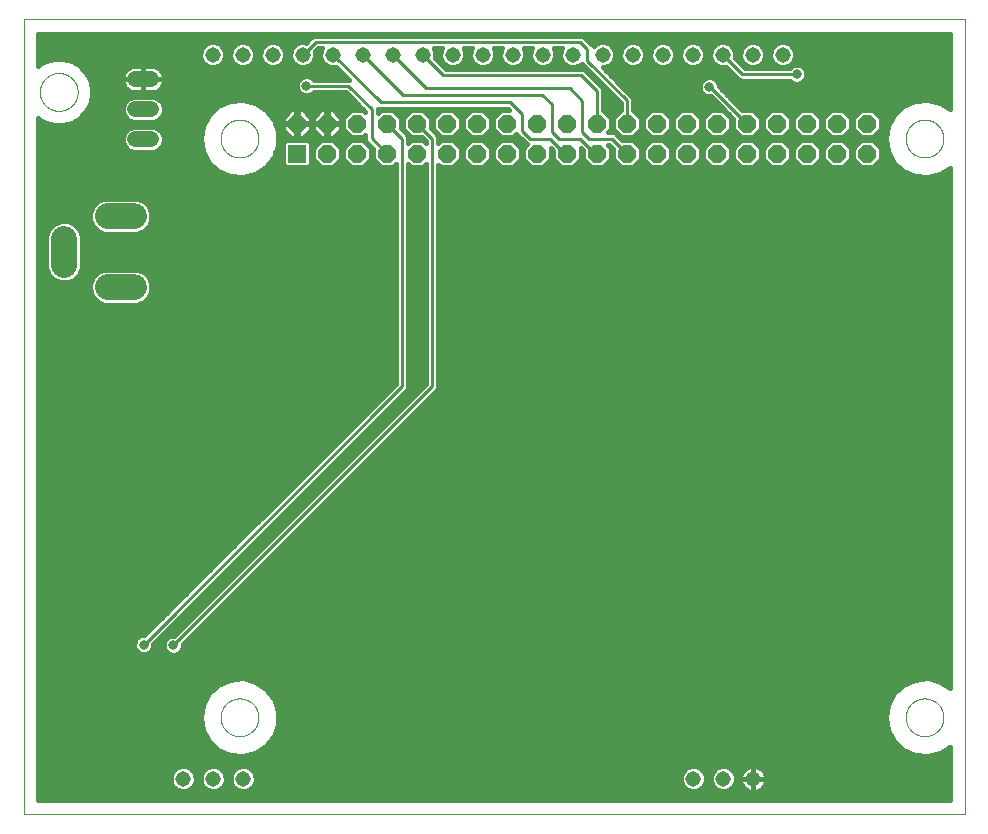
<source format=gtl>
G75*
%MOIN*%
%OFA0B0*%
%FSLAX25Y25*%
%IPPOS*%
%LPD*%
%AMOC8*
5,1,8,0,0,1.08239X$1,22.5*
%
%ADD10C,0.00000*%
%ADD11C,0.05150*%
%ADD12R,0.06000X0.06000*%
%ADD13OC8,0.06000*%
%ADD14C,0.08600*%
%ADD15C,0.05200*%
%ADD16C,0.01600*%
%ADD17C,0.03175*%
%ADD18C,0.02400*%
%ADD19C,0.01000*%
D10*
X0008397Y0003099D02*
X0322069Y0003099D01*
X0322069Y0268050D01*
X0008397Y0268050D01*
X0008397Y0003099D01*
X0074096Y0035362D02*
X0074098Y0035520D01*
X0074104Y0035678D01*
X0074114Y0035836D01*
X0074128Y0035994D01*
X0074146Y0036151D01*
X0074167Y0036308D01*
X0074193Y0036464D01*
X0074223Y0036620D01*
X0074256Y0036775D01*
X0074294Y0036928D01*
X0074335Y0037081D01*
X0074380Y0037233D01*
X0074429Y0037384D01*
X0074482Y0037533D01*
X0074538Y0037681D01*
X0074598Y0037827D01*
X0074662Y0037972D01*
X0074730Y0038115D01*
X0074801Y0038257D01*
X0074875Y0038397D01*
X0074953Y0038534D01*
X0075035Y0038670D01*
X0075119Y0038804D01*
X0075208Y0038935D01*
X0075299Y0039064D01*
X0075394Y0039191D01*
X0075491Y0039316D01*
X0075592Y0039438D01*
X0075696Y0039557D01*
X0075803Y0039674D01*
X0075913Y0039788D01*
X0076026Y0039899D01*
X0076141Y0040008D01*
X0076259Y0040113D01*
X0076380Y0040215D01*
X0076503Y0040315D01*
X0076629Y0040411D01*
X0076757Y0040504D01*
X0076887Y0040594D01*
X0077020Y0040680D01*
X0077155Y0040764D01*
X0077291Y0040843D01*
X0077430Y0040920D01*
X0077571Y0040992D01*
X0077713Y0041062D01*
X0077857Y0041127D01*
X0078003Y0041189D01*
X0078150Y0041247D01*
X0078299Y0041302D01*
X0078449Y0041353D01*
X0078600Y0041400D01*
X0078752Y0041443D01*
X0078905Y0041482D01*
X0079060Y0041518D01*
X0079215Y0041549D01*
X0079371Y0041577D01*
X0079527Y0041601D01*
X0079684Y0041621D01*
X0079842Y0041637D01*
X0079999Y0041649D01*
X0080158Y0041657D01*
X0080316Y0041661D01*
X0080474Y0041661D01*
X0080632Y0041657D01*
X0080791Y0041649D01*
X0080948Y0041637D01*
X0081106Y0041621D01*
X0081263Y0041601D01*
X0081419Y0041577D01*
X0081575Y0041549D01*
X0081730Y0041518D01*
X0081885Y0041482D01*
X0082038Y0041443D01*
X0082190Y0041400D01*
X0082341Y0041353D01*
X0082491Y0041302D01*
X0082640Y0041247D01*
X0082787Y0041189D01*
X0082933Y0041127D01*
X0083077Y0041062D01*
X0083219Y0040992D01*
X0083360Y0040920D01*
X0083499Y0040843D01*
X0083635Y0040764D01*
X0083770Y0040680D01*
X0083903Y0040594D01*
X0084033Y0040504D01*
X0084161Y0040411D01*
X0084287Y0040315D01*
X0084410Y0040215D01*
X0084531Y0040113D01*
X0084649Y0040008D01*
X0084764Y0039899D01*
X0084877Y0039788D01*
X0084987Y0039674D01*
X0085094Y0039557D01*
X0085198Y0039438D01*
X0085299Y0039316D01*
X0085396Y0039191D01*
X0085491Y0039064D01*
X0085582Y0038935D01*
X0085671Y0038804D01*
X0085755Y0038670D01*
X0085837Y0038534D01*
X0085915Y0038397D01*
X0085989Y0038257D01*
X0086060Y0038115D01*
X0086128Y0037972D01*
X0086192Y0037827D01*
X0086252Y0037681D01*
X0086308Y0037533D01*
X0086361Y0037384D01*
X0086410Y0037233D01*
X0086455Y0037081D01*
X0086496Y0036928D01*
X0086534Y0036775D01*
X0086567Y0036620D01*
X0086597Y0036464D01*
X0086623Y0036308D01*
X0086644Y0036151D01*
X0086662Y0035994D01*
X0086676Y0035836D01*
X0086686Y0035678D01*
X0086692Y0035520D01*
X0086694Y0035362D01*
X0086692Y0035204D01*
X0086686Y0035046D01*
X0086676Y0034888D01*
X0086662Y0034730D01*
X0086644Y0034573D01*
X0086623Y0034416D01*
X0086597Y0034260D01*
X0086567Y0034104D01*
X0086534Y0033949D01*
X0086496Y0033796D01*
X0086455Y0033643D01*
X0086410Y0033491D01*
X0086361Y0033340D01*
X0086308Y0033191D01*
X0086252Y0033043D01*
X0086192Y0032897D01*
X0086128Y0032752D01*
X0086060Y0032609D01*
X0085989Y0032467D01*
X0085915Y0032327D01*
X0085837Y0032190D01*
X0085755Y0032054D01*
X0085671Y0031920D01*
X0085582Y0031789D01*
X0085491Y0031660D01*
X0085396Y0031533D01*
X0085299Y0031408D01*
X0085198Y0031286D01*
X0085094Y0031167D01*
X0084987Y0031050D01*
X0084877Y0030936D01*
X0084764Y0030825D01*
X0084649Y0030716D01*
X0084531Y0030611D01*
X0084410Y0030509D01*
X0084287Y0030409D01*
X0084161Y0030313D01*
X0084033Y0030220D01*
X0083903Y0030130D01*
X0083770Y0030044D01*
X0083635Y0029960D01*
X0083499Y0029881D01*
X0083360Y0029804D01*
X0083219Y0029732D01*
X0083077Y0029662D01*
X0082933Y0029597D01*
X0082787Y0029535D01*
X0082640Y0029477D01*
X0082491Y0029422D01*
X0082341Y0029371D01*
X0082190Y0029324D01*
X0082038Y0029281D01*
X0081885Y0029242D01*
X0081730Y0029206D01*
X0081575Y0029175D01*
X0081419Y0029147D01*
X0081263Y0029123D01*
X0081106Y0029103D01*
X0080948Y0029087D01*
X0080791Y0029075D01*
X0080632Y0029067D01*
X0080474Y0029063D01*
X0080316Y0029063D01*
X0080158Y0029067D01*
X0079999Y0029075D01*
X0079842Y0029087D01*
X0079684Y0029103D01*
X0079527Y0029123D01*
X0079371Y0029147D01*
X0079215Y0029175D01*
X0079060Y0029206D01*
X0078905Y0029242D01*
X0078752Y0029281D01*
X0078600Y0029324D01*
X0078449Y0029371D01*
X0078299Y0029422D01*
X0078150Y0029477D01*
X0078003Y0029535D01*
X0077857Y0029597D01*
X0077713Y0029662D01*
X0077571Y0029732D01*
X0077430Y0029804D01*
X0077291Y0029881D01*
X0077155Y0029960D01*
X0077020Y0030044D01*
X0076887Y0030130D01*
X0076757Y0030220D01*
X0076629Y0030313D01*
X0076503Y0030409D01*
X0076380Y0030509D01*
X0076259Y0030611D01*
X0076141Y0030716D01*
X0076026Y0030825D01*
X0075913Y0030936D01*
X0075803Y0031050D01*
X0075696Y0031167D01*
X0075592Y0031286D01*
X0075491Y0031408D01*
X0075394Y0031533D01*
X0075299Y0031660D01*
X0075208Y0031789D01*
X0075119Y0031920D01*
X0075035Y0032054D01*
X0074953Y0032190D01*
X0074875Y0032327D01*
X0074801Y0032467D01*
X0074730Y0032609D01*
X0074662Y0032752D01*
X0074598Y0032897D01*
X0074538Y0033043D01*
X0074482Y0033191D01*
X0074429Y0033340D01*
X0074380Y0033491D01*
X0074335Y0033643D01*
X0074294Y0033796D01*
X0074256Y0033949D01*
X0074223Y0034104D01*
X0074193Y0034260D01*
X0074167Y0034416D01*
X0074146Y0034573D01*
X0074128Y0034730D01*
X0074114Y0034888D01*
X0074104Y0035046D01*
X0074098Y0035204D01*
X0074096Y0035362D01*
X0074096Y0228275D02*
X0074098Y0228433D01*
X0074104Y0228591D01*
X0074114Y0228749D01*
X0074128Y0228907D01*
X0074146Y0229064D01*
X0074167Y0229221D01*
X0074193Y0229377D01*
X0074223Y0229533D01*
X0074256Y0229688D01*
X0074294Y0229841D01*
X0074335Y0229994D01*
X0074380Y0230146D01*
X0074429Y0230297D01*
X0074482Y0230446D01*
X0074538Y0230594D01*
X0074598Y0230740D01*
X0074662Y0230885D01*
X0074730Y0231028D01*
X0074801Y0231170D01*
X0074875Y0231310D01*
X0074953Y0231447D01*
X0075035Y0231583D01*
X0075119Y0231717D01*
X0075208Y0231848D01*
X0075299Y0231977D01*
X0075394Y0232104D01*
X0075491Y0232229D01*
X0075592Y0232351D01*
X0075696Y0232470D01*
X0075803Y0232587D01*
X0075913Y0232701D01*
X0076026Y0232812D01*
X0076141Y0232921D01*
X0076259Y0233026D01*
X0076380Y0233128D01*
X0076503Y0233228D01*
X0076629Y0233324D01*
X0076757Y0233417D01*
X0076887Y0233507D01*
X0077020Y0233593D01*
X0077155Y0233677D01*
X0077291Y0233756D01*
X0077430Y0233833D01*
X0077571Y0233905D01*
X0077713Y0233975D01*
X0077857Y0234040D01*
X0078003Y0234102D01*
X0078150Y0234160D01*
X0078299Y0234215D01*
X0078449Y0234266D01*
X0078600Y0234313D01*
X0078752Y0234356D01*
X0078905Y0234395D01*
X0079060Y0234431D01*
X0079215Y0234462D01*
X0079371Y0234490D01*
X0079527Y0234514D01*
X0079684Y0234534D01*
X0079842Y0234550D01*
X0079999Y0234562D01*
X0080158Y0234570D01*
X0080316Y0234574D01*
X0080474Y0234574D01*
X0080632Y0234570D01*
X0080791Y0234562D01*
X0080948Y0234550D01*
X0081106Y0234534D01*
X0081263Y0234514D01*
X0081419Y0234490D01*
X0081575Y0234462D01*
X0081730Y0234431D01*
X0081885Y0234395D01*
X0082038Y0234356D01*
X0082190Y0234313D01*
X0082341Y0234266D01*
X0082491Y0234215D01*
X0082640Y0234160D01*
X0082787Y0234102D01*
X0082933Y0234040D01*
X0083077Y0233975D01*
X0083219Y0233905D01*
X0083360Y0233833D01*
X0083499Y0233756D01*
X0083635Y0233677D01*
X0083770Y0233593D01*
X0083903Y0233507D01*
X0084033Y0233417D01*
X0084161Y0233324D01*
X0084287Y0233228D01*
X0084410Y0233128D01*
X0084531Y0233026D01*
X0084649Y0232921D01*
X0084764Y0232812D01*
X0084877Y0232701D01*
X0084987Y0232587D01*
X0085094Y0232470D01*
X0085198Y0232351D01*
X0085299Y0232229D01*
X0085396Y0232104D01*
X0085491Y0231977D01*
X0085582Y0231848D01*
X0085671Y0231717D01*
X0085755Y0231583D01*
X0085837Y0231447D01*
X0085915Y0231310D01*
X0085989Y0231170D01*
X0086060Y0231028D01*
X0086128Y0230885D01*
X0086192Y0230740D01*
X0086252Y0230594D01*
X0086308Y0230446D01*
X0086361Y0230297D01*
X0086410Y0230146D01*
X0086455Y0229994D01*
X0086496Y0229841D01*
X0086534Y0229688D01*
X0086567Y0229533D01*
X0086597Y0229377D01*
X0086623Y0229221D01*
X0086644Y0229064D01*
X0086662Y0228907D01*
X0086676Y0228749D01*
X0086686Y0228591D01*
X0086692Y0228433D01*
X0086694Y0228275D01*
X0086692Y0228117D01*
X0086686Y0227959D01*
X0086676Y0227801D01*
X0086662Y0227643D01*
X0086644Y0227486D01*
X0086623Y0227329D01*
X0086597Y0227173D01*
X0086567Y0227017D01*
X0086534Y0226862D01*
X0086496Y0226709D01*
X0086455Y0226556D01*
X0086410Y0226404D01*
X0086361Y0226253D01*
X0086308Y0226104D01*
X0086252Y0225956D01*
X0086192Y0225810D01*
X0086128Y0225665D01*
X0086060Y0225522D01*
X0085989Y0225380D01*
X0085915Y0225240D01*
X0085837Y0225103D01*
X0085755Y0224967D01*
X0085671Y0224833D01*
X0085582Y0224702D01*
X0085491Y0224573D01*
X0085396Y0224446D01*
X0085299Y0224321D01*
X0085198Y0224199D01*
X0085094Y0224080D01*
X0084987Y0223963D01*
X0084877Y0223849D01*
X0084764Y0223738D01*
X0084649Y0223629D01*
X0084531Y0223524D01*
X0084410Y0223422D01*
X0084287Y0223322D01*
X0084161Y0223226D01*
X0084033Y0223133D01*
X0083903Y0223043D01*
X0083770Y0222957D01*
X0083635Y0222873D01*
X0083499Y0222794D01*
X0083360Y0222717D01*
X0083219Y0222645D01*
X0083077Y0222575D01*
X0082933Y0222510D01*
X0082787Y0222448D01*
X0082640Y0222390D01*
X0082491Y0222335D01*
X0082341Y0222284D01*
X0082190Y0222237D01*
X0082038Y0222194D01*
X0081885Y0222155D01*
X0081730Y0222119D01*
X0081575Y0222088D01*
X0081419Y0222060D01*
X0081263Y0222036D01*
X0081106Y0222016D01*
X0080948Y0222000D01*
X0080791Y0221988D01*
X0080632Y0221980D01*
X0080474Y0221976D01*
X0080316Y0221976D01*
X0080158Y0221980D01*
X0079999Y0221988D01*
X0079842Y0222000D01*
X0079684Y0222016D01*
X0079527Y0222036D01*
X0079371Y0222060D01*
X0079215Y0222088D01*
X0079060Y0222119D01*
X0078905Y0222155D01*
X0078752Y0222194D01*
X0078600Y0222237D01*
X0078449Y0222284D01*
X0078299Y0222335D01*
X0078150Y0222390D01*
X0078003Y0222448D01*
X0077857Y0222510D01*
X0077713Y0222575D01*
X0077571Y0222645D01*
X0077430Y0222717D01*
X0077291Y0222794D01*
X0077155Y0222873D01*
X0077020Y0222957D01*
X0076887Y0223043D01*
X0076757Y0223133D01*
X0076629Y0223226D01*
X0076503Y0223322D01*
X0076380Y0223422D01*
X0076259Y0223524D01*
X0076141Y0223629D01*
X0076026Y0223738D01*
X0075913Y0223849D01*
X0075803Y0223963D01*
X0075696Y0224080D01*
X0075592Y0224199D01*
X0075491Y0224321D01*
X0075394Y0224446D01*
X0075299Y0224573D01*
X0075208Y0224702D01*
X0075119Y0224833D01*
X0075035Y0224967D01*
X0074953Y0225103D01*
X0074875Y0225240D01*
X0074801Y0225380D01*
X0074730Y0225522D01*
X0074662Y0225665D01*
X0074598Y0225810D01*
X0074538Y0225956D01*
X0074482Y0226104D01*
X0074429Y0226253D01*
X0074380Y0226404D01*
X0074335Y0226556D01*
X0074294Y0226709D01*
X0074256Y0226862D01*
X0074223Y0227017D01*
X0074193Y0227173D01*
X0074167Y0227329D01*
X0074146Y0227486D01*
X0074128Y0227643D01*
X0074114Y0227801D01*
X0074104Y0227959D01*
X0074098Y0228117D01*
X0074096Y0228275D01*
X0013850Y0243818D02*
X0013852Y0243976D01*
X0013858Y0244134D01*
X0013868Y0244292D01*
X0013882Y0244450D01*
X0013900Y0244607D01*
X0013921Y0244764D01*
X0013947Y0244920D01*
X0013977Y0245076D01*
X0014010Y0245231D01*
X0014048Y0245384D01*
X0014089Y0245537D01*
X0014134Y0245689D01*
X0014183Y0245840D01*
X0014236Y0245989D01*
X0014292Y0246137D01*
X0014352Y0246283D01*
X0014416Y0246428D01*
X0014484Y0246571D01*
X0014555Y0246713D01*
X0014629Y0246853D01*
X0014707Y0246990D01*
X0014789Y0247126D01*
X0014873Y0247260D01*
X0014962Y0247391D01*
X0015053Y0247520D01*
X0015148Y0247647D01*
X0015245Y0247772D01*
X0015346Y0247894D01*
X0015450Y0248013D01*
X0015557Y0248130D01*
X0015667Y0248244D01*
X0015780Y0248355D01*
X0015895Y0248464D01*
X0016013Y0248569D01*
X0016134Y0248671D01*
X0016257Y0248771D01*
X0016383Y0248867D01*
X0016511Y0248960D01*
X0016641Y0249050D01*
X0016774Y0249136D01*
X0016909Y0249220D01*
X0017045Y0249299D01*
X0017184Y0249376D01*
X0017325Y0249448D01*
X0017467Y0249518D01*
X0017611Y0249583D01*
X0017757Y0249645D01*
X0017904Y0249703D01*
X0018053Y0249758D01*
X0018203Y0249809D01*
X0018354Y0249856D01*
X0018506Y0249899D01*
X0018659Y0249938D01*
X0018814Y0249974D01*
X0018969Y0250005D01*
X0019125Y0250033D01*
X0019281Y0250057D01*
X0019438Y0250077D01*
X0019596Y0250093D01*
X0019753Y0250105D01*
X0019912Y0250113D01*
X0020070Y0250117D01*
X0020228Y0250117D01*
X0020386Y0250113D01*
X0020545Y0250105D01*
X0020702Y0250093D01*
X0020860Y0250077D01*
X0021017Y0250057D01*
X0021173Y0250033D01*
X0021329Y0250005D01*
X0021484Y0249974D01*
X0021639Y0249938D01*
X0021792Y0249899D01*
X0021944Y0249856D01*
X0022095Y0249809D01*
X0022245Y0249758D01*
X0022394Y0249703D01*
X0022541Y0249645D01*
X0022687Y0249583D01*
X0022831Y0249518D01*
X0022973Y0249448D01*
X0023114Y0249376D01*
X0023253Y0249299D01*
X0023389Y0249220D01*
X0023524Y0249136D01*
X0023657Y0249050D01*
X0023787Y0248960D01*
X0023915Y0248867D01*
X0024041Y0248771D01*
X0024164Y0248671D01*
X0024285Y0248569D01*
X0024403Y0248464D01*
X0024518Y0248355D01*
X0024631Y0248244D01*
X0024741Y0248130D01*
X0024848Y0248013D01*
X0024952Y0247894D01*
X0025053Y0247772D01*
X0025150Y0247647D01*
X0025245Y0247520D01*
X0025336Y0247391D01*
X0025425Y0247260D01*
X0025509Y0247126D01*
X0025591Y0246990D01*
X0025669Y0246853D01*
X0025743Y0246713D01*
X0025814Y0246571D01*
X0025882Y0246428D01*
X0025946Y0246283D01*
X0026006Y0246137D01*
X0026062Y0245989D01*
X0026115Y0245840D01*
X0026164Y0245689D01*
X0026209Y0245537D01*
X0026250Y0245384D01*
X0026288Y0245231D01*
X0026321Y0245076D01*
X0026351Y0244920D01*
X0026377Y0244764D01*
X0026398Y0244607D01*
X0026416Y0244450D01*
X0026430Y0244292D01*
X0026440Y0244134D01*
X0026446Y0243976D01*
X0026448Y0243818D01*
X0026446Y0243660D01*
X0026440Y0243502D01*
X0026430Y0243344D01*
X0026416Y0243186D01*
X0026398Y0243029D01*
X0026377Y0242872D01*
X0026351Y0242716D01*
X0026321Y0242560D01*
X0026288Y0242405D01*
X0026250Y0242252D01*
X0026209Y0242099D01*
X0026164Y0241947D01*
X0026115Y0241796D01*
X0026062Y0241647D01*
X0026006Y0241499D01*
X0025946Y0241353D01*
X0025882Y0241208D01*
X0025814Y0241065D01*
X0025743Y0240923D01*
X0025669Y0240783D01*
X0025591Y0240646D01*
X0025509Y0240510D01*
X0025425Y0240376D01*
X0025336Y0240245D01*
X0025245Y0240116D01*
X0025150Y0239989D01*
X0025053Y0239864D01*
X0024952Y0239742D01*
X0024848Y0239623D01*
X0024741Y0239506D01*
X0024631Y0239392D01*
X0024518Y0239281D01*
X0024403Y0239172D01*
X0024285Y0239067D01*
X0024164Y0238965D01*
X0024041Y0238865D01*
X0023915Y0238769D01*
X0023787Y0238676D01*
X0023657Y0238586D01*
X0023524Y0238500D01*
X0023389Y0238416D01*
X0023253Y0238337D01*
X0023114Y0238260D01*
X0022973Y0238188D01*
X0022831Y0238118D01*
X0022687Y0238053D01*
X0022541Y0237991D01*
X0022394Y0237933D01*
X0022245Y0237878D01*
X0022095Y0237827D01*
X0021944Y0237780D01*
X0021792Y0237737D01*
X0021639Y0237698D01*
X0021484Y0237662D01*
X0021329Y0237631D01*
X0021173Y0237603D01*
X0021017Y0237579D01*
X0020860Y0237559D01*
X0020702Y0237543D01*
X0020545Y0237531D01*
X0020386Y0237523D01*
X0020228Y0237519D01*
X0020070Y0237519D01*
X0019912Y0237523D01*
X0019753Y0237531D01*
X0019596Y0237543D01*
X0019438Y0237559D01*
X0019281Y0237579D01*
X0019125Y0237603D01*
X0018969Y0237631D01*
X0018814Y0237662D01*
X0018659Y0237698D01*
X0018506Y0237737D01*
X0018354Y0237780D01*
X0018203Y0237827D01*
X0018053Y0237878D01*
X0017904Y0237933D01*
X0017757Y0237991D01*
X0017611Y0238053D01*
X0017467Y0238118D01*
X0017325Y0238188D01*
X0017184Y0238260D01*
X0017045Y0238337D01*
X0016909Y0238416D01*
X0016774Y0238500D01*
X0016641Y0238586D01*
X0016511Y0238676D01*
X0016383Y0238769D01*
X0016257Y0238865D01*
X0016134Y0238965D01*
X0016013Y0239067D01*
X0015895Y0239172D01*
X0015780Y0239281D01*
X0015667Y0239392D01*
X0015557Y0239506D01*
X0015450Y0239623D01*
X0015346Y0239742D01*
X0015245Y0239864D01*
X0015148Y0239989D01*
X0015053Y0240116D01*
X0014962Y0240245D01*
X0014873Y0240376D01*
X0014789Y0240510D01*
X0014707Y0240646D01*
X0014629Y0240783D01*
X0014555Y0240923D01*
X0014484Y0241065D01*
X0014416Y0241208D01*
X0014352Y0241353D01*
X0014292Y0241499D01*
X0014236Y0241647D01*
X0014183Y0241796D01*
X0014134Y0241947D01*
X0014089Y0242099D01*
X0014048Y0242252D01*
X0014010Y0242405D01*
X0013977Y0242560D01*
X0013947Y0242716D01*
X0013921Y0242872D01*
X0013900Y0243029D01*
X0013882Y0243186D01*
X0013868Y0243344D01*
X0013858Y0243502D01*
X0013852Y0243660D01*
X0013850Y0243818D01*
X0302443Y0228275D02*
X0302445Y0228433D01*
X0302451Y0228591D01*
X0302461Y0228749D01*
X0302475Y0228907D01*
X0302493Y0229064D01*
X0302514Y0229221D01*
X0302540Y0229377D01*
X0302570Y0229533D01*
X0302603Y0229688D01*
X0302641Y0229841D01*
X0302682Y0229994D01*
X0302727Y0230146D01*
X0302776Y0230297D01*
X0302829Y0230446D01*
X0302885Y0230594D01*
X0302945Y0230740D01*
X0303009Y0230885D01*
X0303077Y0231028D01*
X0303148Y0231170D01*
X0303222Y0231310D01*
X0303300Y0231447D01*
X0303382Y0231583D01*
X0303466Y0231717D01*
X0303555Y0231848D01*
X0303646Y0231977D01*
X0303741Y0232104D01*
X0303838Y0232229D01*
X0303939Y0232351D01*
X0304043Y0232470D01*
X0304150Y0232587D01*
X0304260Y0232701D01*
X0304373Y0232812D01*
X0304488Y0232921D01*
X0304606Y0233026D01*
X0304727Y0233128D01*
X0304850Y0233228D01*
X0304976Y0233324D01*
X0305104Y0233417D01*
X0305234Y0233507D01*
X0305367Y0233593D01*
X0305502Y0233677D01*
X0305638Y0233756D01*
X0305777Y0233833D01*
X0305918Y0233905D01*
X0306060Y0233975D01*
X0306204Y0234040D01*
X0306350Y0234102D01*
X0306497Y0234160D01*
X0306646Y0234215D01*
X0306796Y0234266D01*
X0306947Y0234313D01*
X0307099Y0234356D01*
X0307252Y0234395D01*
X0307407Y0234431D01*
X0307562Y0234462D01*
X0307718Y0234490D01*
X0307874Y0234514D01*
X0308031Y0234534D01*
X0308189Y0234550D01*
X0308346Y0234562D01*
X0308505Y0234570D01*
X0308663Y0234574D01*
X0308821Y0234574D01*
X0308979Y0234570D01*
X0309138Y0234562D01*
X0309295Y0234550D01*
X0309453Y0234534D01*
X0309610Y0234514D01*
X0309766Y0234490D01*
X0309922Y0234462D01*
X0310077Y0234431D01*
X0310232Y0234395D01*
X0310385Y0234356D01*
X0310537Y0234313D01*
X0310688Y0234266D01*
X0310838Y0234215D01*
X0310987Y0234160D01*
X0311134Y0234102D01*
X0311280Y0234040D01*
X0311424Y0233975D01*
X0311566Y0233905D01*
X0311707Y0233833D01*
X0311846Y0233756D01*
X0311982Y0233677D01*
X0312117Y0233593D01*
X0312250Y0233507D01*
X0312380Y0233417D01*
X0312508Y0233324D01*
X0312634Y0233228D01*
X0312757Y0233128D01*
X0312878Y0233026D01*
X0312996Y0232921D01*
X0313111Y0232812D01*
X0313224Y0232701D01*
X0313334Y0232587D01*
X0313441Y0232470D01*
X0313545Y0232351D01*
X0313646Y0232229D01*
X0313743Y0232104D01*
X0313838Y0231977D01*
X0313929Y0231848D01*
X0314018Y0231717D01*
X0314102Y0231583D01*
X0314184Y0231447D01*
X0314262Y0231310D01*
X0314336Y0231170D01*
X0314407Y0231028D01*
X0314475Y0230885D01*
X0314539Y0230740D01*
X0314599Y0230594D01*
X0314655Y0230446D01*
X0314708Y0230297D01*
X0314757Y0230146D01*
X0314802Y0229994D01*
X0314843Y0229841D01*
X0314881Y0229688D01*
X0314914Y0229533D01*
X0314944Y0229377D01*
X0314970Y0229221D01*
X0314991Y0229064D01*
X0315009Y0228907D01*
X0315023Y0228749D01*
X0315033Y0228591D01*
X0315039Y0228433D01*
X0315041Y0228275D01*
X0315039Y0228117D01*
X0315033Y0227959D01*
X0315023Y0227801D01*
X0315009Y0227643D01*
X0314991Y0227486D01*
X0314970Y0227329D01*
X0314944Y0227173D01*
X0314914Y0227017D01*
X0314881Y0226862D01*
X0314843Y0226709D01*
X0314802Y0226556D01*
X0314757Y0226404D01*
X0314708Y0226253D01*
X0314655Y0226104D01*
X0314599Y0225956D01*
X0314539Y0225810D01*
X0314475Y0225665D01*
X0314407Y0225522D01*
X0314336Y0225380D01*
X0314262Y0225240D01*
X0314184Y0225103D01*
X0314102Y0224967D01*
X0314018Y0224833D01*
X0313929Y0224702D01*
X0313838Y0224573D01*
X0313743Y0224446D01*
X0313646Y0224321D01*
X0313545Y0224199D01*
X0313441Y0224080D01*
X0313334Y0223963D01*
X0313224Y0223849D01*
X0313111Y0223738D01*
X0312996Y0223629D01*
X0312878Y0223524D01*
X0312757Y0223422D01*
X0312634Y0223322D01*
X0312508Y0223226D01*
X0312380Y0223133D01*
X0312250Y0223043D01*
X0312117Y0222957D01*
X0311982Y0222873D01*
X0311846Y0222794D01*
X0311707Y0222717D01*
X0311566Y0222645D01*
X0311424Y0222575D01*
X0311280Y0222510D01*
X0311134Y0222448D01*
X0310987Y0222390D01*
X0310838Y0222335D01*
X0310688Y0222284D01*
X0310537Y0222237D01*
X0310385Y0222194D01*
X0310232Y0222155D01*
X0310077Y0222119D01*
X0309922Y0222088D01*
X0309766Y0222060D01*
X0309610Y0222036D01*
X0309453Y0222016D01*
X0309295Y0222000D01*
X0309138Y0221988D01*
X0308979Y0221980D01*
X0308821Y0221976D01*
X0308663Y0221976D01*
X0308505Y0221980D01*
X0308346Y0221988D01*
X0308189Y0222000D01*
X0308031Y0222016D01*
X0307874Y0222036D01*
X0307718Y0222060D01*
X0307562Y0222088D01*
X0307407Y0222119D01*
X0307252Y0222155D01*
X0307099Y0222194D01*
X0306947Y0222237D01*
X0306796Y0222284D01*
X0306646Y0222335D01*
X0306497Y0222390D01*
X0306350Y0222448D01*
X0306204Y0222510D01*
X0306060Y0222575D01*
X0305918Y0222645D01*
X0305777Y0222717D01*
X0305638Y0222794D01*
X0305502Y0222873D01*
X0305367Y0222957D01*
X0305234Y0223043D01*
X0305104Y0223133D01*
X0304976Y0223226D01*
X0304850Y0223322D01*
X0304727Y0223422D01*
X0304606Y0223524D01*
X0304488Y0223629D01*
X0304373Y0223738D01*
X0304260Y0223849D01*
X0304150Y0223963D01*
X0304043Y0224080D01*
X0303939Y0224199D01*
X0303838Y0224321D01*
X0303741Y0224446D01*
X0303646Y0224573D01*
X0303555Y0224702D01*
X0303466Y0224833D01*
X0303382Y0224967D01*
X0303300Y0225103D01*
X0303222Y0225240D01*
X0303148Y0225380D01*
X0303077Y0225522D01*
X0303009Y0225665D01*
X0302945Y0225810D01*
X0302885Y0225956D01*
X0302829Y0226104D01*
X0302776Y0226253D01*
X0302727Y0226404D01*
X0302682Y0226556D01*
X0302641Y0226709D01*
X0302603Y0226862D01*
X0302570Y0227017D01*
X0302540Y0227173D01*
X0302514Y0227329D01*
X0302493Y0227486D01*
X0302475Y0227643D01*
X0302461Y0227801D01*
X0302451Y0227959D01*
X0302445Y0228117D01*
X0302443Y0228275D01*
X0302443Y0035362D02*
X0302445Y0035520D01*
X0302451Y0035678D01*
X0302461Y0035836D01*
X0302475Y0035994D01*
X0302493Y0036151D01*
X0302514Y0036308D01*
X0302540Y0036464D01*
X0302570Y0036620D01*
X0302603Y0036775D01*
X0302641Y0036928D01*
X0302682Y0037081D01*
X0302727Y0037233D01*
X0302776Y0037384D01*
X0302829Y0037533D01*
X0302885Y0037681D01*
X0302945Y0037827D01*
X0303009Y0037972D01*
X0303077Y0038115D01*
X0303148Y0038257D01*
X0303222Y0038397D01*
X0303300Y0038534D01*
X0303382Y0038670D01*
X0303466Y0038804D01*
X0303555Y0038935D01*
X0303646Y0039064D01*
X0303741Y0039191D01*
X0303838Y0039316D01*
X0303939Y0039438D01*
X0304043Y0039557D01*
X0304150Y0039674D01*
X0304260Y0039788D01*
X0304373Y0039899D01*
X0304488Y0040008D01*
X0304606Y0040113D01*
X0304727Y0040215D01*
X0304850Y0040315D01*
X0304976Y0040411D01*
X0305104Y0040504D01*
X0305234Y0040594D01*
X0305367Y0040680D01*
X0305502Y0040764D01*
X0305638Y0040843D01*
X0305777Y0040920D01*
X0305918Y0040992D01*
X0306060Y0041062D01*
X0306204Y0041127D01*
X0306350Y0041189D01*
X0306497Y0041247D01*
X0306646Y0041302D01*
X0306796Y0041353D01*
X0306947Y0041400D01*
X0307099Y0041443D01*
X0307252Y0041482D01*
X0307407Y0041518D01*
X0307562Y0041549D01*
X0307718Y0041577D01*
X0307874Y0041601D01*
X0308031Y0041621D01*
X0308189Y0041637D01*
X0308346Y0041649D01*
X0308505Y0041657D01*
X0308663Y0041661D01*
X0308821Y0041661D01*
X0308979Y0041657D01*
X0309138Y0041649D01*
X0309295Y0041637D01*
X0309453Y0041621D01*
X0309610Y0041601D01*
X0309766Y0041577D01*
X0309922Y0041549D01*
X0310077Y0041518D01*
X0310232Y0041482D01*
X0310385Y0041443D01*
X0310537Y0041400D01*
X0310688Y0041353D01*
X0310838Y0041302D01*
X0310987Y0041247D01*
X0311134Y0041189D01*
X0311280Y0041127D01*
X0311424Y0041062D01*
X0311566Y0040992D01*
X0311707Y0040920D01*
X0311846Y0040843D01*
X0311982Y0040764D01*
X0312117Y0040680D01*
X0312250Y0040594D01*
X0312380Y0040504D01*
X0312508Y0040411D01*
X0312634Y0040315D01*
X0312757Y0040215D01*
X0312878Y0040113D01*
X0312996Y0040008D01*
X0313111Y0039899D01*
X0313224Y0039788D01*
X0313334Y0039674D01*
X0313441Y0039557D01*
X0313545Y0039438D01*
X0313646Y0039316D01*
X0313743Y0039191D01*
X0313838Y0039064D01*
X0313929Y0038935D01*
X0314018Y0038804D01*
X0314102Y0038670D01*
X0314184Y0038534D01*
X0314262Y0038397D01*
X0314336Y0038257D01*
X0314407Y0038115D01*
X0314475Y0037972D01*
X0314539Y0037827D01*
X0314599Y0037681D01*
X0314655Y0037533D01*
X0314708Y0037384D01*
X0314757Y0037233D01*
X0314802Y0037081D01*
X0314843Y0036928D01*
X0314881Y0036775D01*
X0314914Y0036620D01*
X0314944Y0036464D01*
X0314970Y0036308D01*
X0314991Y0036151D01*
X0315009Y0035994D01*
X0315023Y0035836D01*
X0315033Y0035678D01*
X0315039Y0035520D01*
X0315041Y0035362D01*
X0315039Y0035204D01*
X0315033Y0035046D01*
X0315023Y0034888D01*
X0315009Y0034730D01*
X0314991Y0034573D01*
X0314970Y0034416D01*
X0314944Y0034260D01*
X0314914Y0034104D01*
X0314881Y0033949D01*
X0314843Y0033796D01*
X0314802Y0033643D01*
X0314757Y0033491D01*
X0314708Y0033340D01*
X0314655Y0033191D01*
X0314599Y0033043D01*
X0314539Y0032897D01*
X0314475Y0032752D01*
X0314407Y0032609D01*
X0314336Y0032467D01*
X0314262Y0032327D01*
X0314184Y0032190D01*
X0314102Y0032054D01*
X0314018Y0031920D01*
X0313929Y0031789D01*
X0313838Y0031660D01*
X0313743Y0031533D01*
X0313646Y0031408D01*
X0313545Y0031286D01*
X0313441Y0031167D01*
X0313334Y0031050D01*
X0313224Y0030936D01*
X0313111Y0030825D01*
X0312996Y0030716D01*
X0312878Y0030611D01*
X0312757Y0030509D01*
X0312634Y0030409D01*
X0312508Y0030313D01*
X0312380Y0030220D01*
X0312250Y0030130D01*
X0312117Y0030044D01*
X0311982Y0029960D01*
X0311846Y0029881D01*
X0311707Y0029804D01*
X0311566Y0029732D01*
X0311424Y0029662D01*
X0311280Y0029597D01*
X0311134Y0029535D01*
X0310987Y0029477D01*
X0310838Y0029422D01*
X0310688Y0029371D01*
X0310537Y0029324D01*
X0310385Y0029281D01*
X0310232Y0029242D01*
X0310077Y0029206D01*
X0309922Y0029175D01*
X0309766Y0029147D01*
X0309610Y0029123D01*
X0309453Y0029103D01*
X0309295Y0029087D01*
X0309138Y0029075D01*
X0308979Y0029067D01*
X0308821Y0029063D01*
X0308663Y0029063D01*
X0308505Y0029067D01*
X0308346Y0029075D01*
X0308189Y0029087D01*
X0308031Y0029103D01*
X0307874Y0029123D01*
X0307718Y0029147D01*
X0307562Y0029175D01*
X0307407Y0029206D01*
X0307252Y0029242D01*
X0307099Y0029281D01*
X0306947Y0029324D01*
X0306796Y0029371D01*
X0306646Y0029422D01*
X0306497Y0029477D01*
X0306350Y0029535D01*
X0306204Y0029597D01*
X0306060Y0029662D01*
X0305918Y0029732D01*
X0305777Y0029804D01*
X0305638Y0029881D01*
X0305502Y0029960D01*
X0305367Y0030044D01*
X0305234Y0030130D01*
X0305104Y0030220D01*
X0304976Y0030313D01*
X0304850Y0030409D01*
X0304727Y0030509D01*
X0304606Y0030611D01*
X0304488Y0030716D01*
X0304373Y0030825D01*
X0304260Y0030936D01*
X0304150Y0031050D01*
X0304043Y0031167D01*
X0303939Y0031286D01*
X0303838Y0031408D01*
X0303741Y0031533D01*
X0303646Y0031660D01*
X0303555Y0031789D01*
X0303466Y0031920D01*
X0303382Y0032054D01*
X0303300Y0032190D01*
X0303222Y0032327D01*
X0303148Y0032467D01*
X0303077Y0032609D01*
X0303009Y0032752D01*
X0302945Y0032897D01*
X0302885Y0033043D01*
X0302829Y0033191D01*
X0302776Y0033340D01*
X0302727Y0033491D01*
X0302682Y0033643D01*
X0302641Y0033796D01*
X0302603Y0033949D01*
X0302570Y0034104D01*
X0302540Y0034260D01*
X0302514Y0034416D01*
X0302493Y0034573D01*
X0302475Y0034730D01*
X0302461Y0034888D01*
X0302451Y0035046D01*
X0302445Y0035204D01*
X0302443Y0035362D01*
D11*
X0251645Y0014881D03*
X0241645Y0014881D03*
X0231645Y0014881D03*
X0081567Y0014881D03*
X0071567Y0014881D03*
X0061567Y0014881D03*
X0071488Y0256219D03*
X0081488Y0256219D03*
X0091488Y0256219D03*
X0101488Y0256219D03*
X0111488Y0256219D03*
X0121488Y0256219D03*
X0131488Y0256219D03*
X0141488Y0256219D03*
X0151488Y0256219D03*
X0161488Y0256219D03*
X0171488Y0256219D03*
X0181488Y0256219D03*
X0191488Y0256219D03*
X0201488Y0256219D03*
X0211488Y0256219D03*
X0221488Y0256219D03*
X0231488Y0256219D03*
X0241488Y0256219D03*
X0251488Y0256219D03*
X0261488Y0256219D03*
D12*
X0099569Y0223275D03*
D13*
X0109569Y0223275D03*
X0119569Y0223275D03*
X0129569Y0223275D03*
X0139569Y0223275D03*
X0149569Y0223275D03*
X0159569Y0223275D03*
X0169569Y0223275D03*
X0179569Y0223275D03*
X0189569Y0223275D03*
X0199569Y0223275D03*
X0209569Y0223275D03*
X0219569Y0223275D03*
X0229569Y0223275D03*
X0239569Y0223275D03*
X0249569Y0223275D03*
X0259569Y0223275D03*
X0269569Y0223275D03*
X0279569Y0223275D03*
X0289569Y0223275D03*
X0289569Y0233275D03*
X0279569Y0233275D03*
X0269569Y0233275D03*
X0259569Y0233275D03*
X0249569Y0233275D03*
X0239569Y0233275D03*
X0229569Y0233275D03*
X0219569Y0233275D03*
X0209569Y0233275D03*
X0199569Y0233275D03*
X0189569Y0233275D03*
X0179569Y0233275D03*
X0169569Y0233275D03*
X0159569Y0233275D03*
X0149569Y0233275D03*
X0139569Y0233275D03*
X0129569Y0233275D03*
X0119569Y0233275D03*
X0109569Y0233275D03*
X0099569Y0233275D03*
D14*
X0045119Y0202361D02*
X0036519Y0202361D01*
X0021921Y0194850D02*
X0021921Y0186250D01*
X0036519Y0178739D02*
X0045119Y0178739D01*
D15*
X0045719Y0228050D02*
X0050919Y0228050D01*
X0050919Y0238050D02*
X0045719Y0238050D01*
X0045719Y0248050D02*
X0050919Y0248050D01*
D16*
X0048319Y0248050D02*
X0055319Y0248050D01*
X0055319Y0248396D01*
X0055210Y0249080D01*
X0054996Y0249739D01*
X0054682Y0250356D01*
X0054275Y0250916D01*
X0053785Y0251406D01*
X0053225Y0251813D01*
X0052608Y0252128D01*
X0051949Y0252342D01*
X0051265Y0252450D01*
X0048319Y0252450D01*
X0048319Y0248050D01*
X0048319Y0248050D01*
X0055319Y0248050D01*
X0055319Y0247704D01*
X0055210Y0247020D01*
X0054996Y0246361D01*
X0054682Y0245744D01*
X0054275Y0245184D01*
X0053785Y0244694D01*
X0053225Y0244287D01*
X0052608Y0243972D01*
X0051949Y0243758D01*
X0051265Y0243650D01*
X0048319Y0243650D01*
X0048319Y0248050D01*
X0048318Y0248050D01*
X0041319Y0248050D01*
X0048318Y0248050D01*
X0048318Y0248050D01*
X0048318Y0243650D01*
X0045372Y0243650D01*
X0044688Y0243758D01*
X0044030Y0243972D01*
X0043412Y0244287D01*
X0042852Y0244694D01*
X0042362Y0245184D01*
X0041955Y0245744D01*
X0041641Y0246361D01*
X0041427Y0247020D01*
X0041319Y0247704D01*
X0041319Y0248050D01*
X0041319Y0248396D01*
X0041427Y0249080D01*
X0041641Y0249739D01*
X0041955Y0250356D01*
X0042362Y0250916D01*
X0042852Y0251406D01*
X0043412Y0251813D01*
X0044030Y0252128D01*
X0044688Y0252342D01*
X0045372Y0252450D01*
X0048318Y0252450D01*
X0048318Y0248050D01*
X0048319Y0248050D01*
X0048318Y0247649D02*
X0048319Y0247649D01*
X0048318Y0249247D02*
X0048319Y0249247D01*
X0048318Y0250846D02*
X0048319Y0250846D01*
X0048318Y0252444D02*
X0048319Y0252444D01*
X0051301Y0252444D02*
X0069692Y0252444D01*
X0069123Y0252680D02*
X0070657Y0252044D01*
X0072318Y0252044D01*
X0073853Y0252680D01*
X0075027Y0253854D01*
X0075663Y0255389D01*
X0075663Y0257050D01*
X0075027Y0258584D01*
X0073853Y0259759D01*
X0072318Y0260394D01*
X0070657Y0260394D01*
X0069123Y0259759D01*
X0067949Y0258584D01*
X0067313Y0257050D01*
X0067313Y0255389D01*
X0067949Y0253854D01*
X0069123Y0252680D01*
X0067871Y0254043D02*
X0024637Y0254043D01*
X0024433Y0254161D02*
X0021610Y0254917D01*
X0018688Y0254917D01*
X0015865Y0254161D01*
X0013334Y0252699D01*
X0013197Y0252562D01*
X0013197Y0263250D01*
X0317269Y0263250D01*
X0317269Y0238027D01*
X0313966Y0240184D01*
X0309816Y0241235D01*
X0305549Y0240882D01*
X0301629Y0239162D01*
X0298479Y0236263D01*
X0296442Y0232498D01*
X0295737Y0228275D01*
X0296442Y0224052D01*
X0298479Y0220287D01*
X0301629Y0217388D01*
X0305549Y0215668D01*
X0309816Y0215315D01*
X0313966Y0216366D01*
X0317269Y0218523D01*
X0317269Y0045113D01*
X0313966Y0047271D01*
X0309816Y0048322D01*
X0305549Y0047968D01*
X0301629Y0046249D01*
X0298479Y0043349D01*
X0296442Y0039584D01*
X0295737Y0035362D01*
X0296442Y0031139D01*
X0298479Y0027374D01*
X0301629Y0024474D01*
X0305549Y0022755D01*
X0309816Y0022401D01*
X0313966Y0023452D01*
X0317269Y0025610D01*
X0317269Y0007899D01*
X0013197Y0007899D01*
X0013197Y0235073D01*
X0013334Y0234936D01*
X0015865Y0233475D01*
X0018688Y0232719D01*
X0021610Y0232719D01*
X0024433Y0233475D01*
X0026964Y0234936D01*
X0029031Y0237003D01*
X0030492Y0239534D01*
X0031248Y0242356D01*
X0031248Y0245279D01*
X0030492Y0248102D01*
X0029031Y0250633D01*
X0026964Y0252699D01*
X0024433Y0254161D01*
X0027219Y0252444D02*
X0045336Y0252444D01*
X0042311Y0250846D02*
X0028818Y0250846D01*
X0029831Y0249247D02*
X0041481Y0249247D01*
X0041327Y0247649D02*
X0030613Y0247649D01*
X0031042Y0246050D02*
X0041799Y0246050D01*
X0043186Y0244452D02*
X0031248Y0244452D01*
X0031248Y0242853D02*
X0101554Y0242853D01*
X0102057Y0242645D02*
X0103325Y0242645D01*
X0104496Y0243130D01*
X0105098Y0243732D01*
X0115796Y0243732D01*
X0122366Y0237162D01*
X0122366Y0236983D01*
X0121474Y0237875D01*
X0117663Y0237875D01*
X0114969Y0235180D01*
X0114969Y0231370D01*
X0117663Y0228675D01*
X0121474Y0228675D01*
X0122366Y0229567D01*
X0122366Y0227508D01*
X0123596Y0226278D01*
X0124969Y0224905D01*
X0124969Y0221370D01*
X0127663Y0218675D01*
X0131474Y0218675D01*
X0132441Y0219642D01*
X0132441Y0146602D01*
X0048633Y0062794D01*
X0047782Y0062794D01*
X0046610Y0062309D01*
X0045714Y0061413D01*
X0045228Y0060241D01*
X0045228Y0058973D01*
X0045714Y0057802D01*
X0046610Y0056905D01*
X0047782Y0056420D01*
X0049050Y0056420D01*
X0050221Y0056905D01*
X0051118Y0057802D01*
X0051603Y0058973D01*
X0051603Y0059825D01*
X0136641Y0144862D01*
X0136641Y0219697D01*
X0137663Y0218675D01*
X0141474Y0218675D01*
X0142516Y0219717D01*
X0142516Y0146602D01*
X0058536Y0062622D01*
X0057685Y0062622D01*
X0056513Y0062137D01*
X0055616Y0061240D01*
X0055131Y0060069D01*
X0055131Y0058801D01*
X0055616Y0057629D01*
X0056513Y0056733D01*
X0057685Y0056247D01*
X0058953Y0056247D01*
X0060124Y0056733D01*
X0061021Y0057629D01*
X0061506Y0058801D01*
X0061506Y0059652D01*
X0146716Y0144862D01*
X0146716Y0219622D01*
X0147663Y0218675D01*
X0151474Y0218675D01*
X0154169Y0221370D01*
X0154169Y0225180D01*
X0151474Y0227875D01*
X0147663Y0227875D01*
X0146716Y0226928D01*
X0146716Y0229098D01*
X0145486Y0230328D01*
X0144169Y0231645D01*
X0144169Y0235180D01*
X0141474Y0237875D01*
X0137663Y0237875D01*
X0134969Y0235180D01*
X0134969Y0231370D01*
X0137663Y0228675D01*
X0141199Y0228675D01*
X0142516Y0227358D01*
X0142516Y0226833D01*
X0141474Y0227875D01*
X0137663Y0227875D01*
X0136641Y0226853D01*
X0136641Y0229173D01*
X0135411Y0230403D01*
X0134169Y0231645D01*
X0134169Y0235180D01*
X0131474Y0237875D01*
X0127663Y0237875D01*
X0126566Y0236778D01*
X0126566Y0238207D01*
X0169746Y0238207D01*
X0170078Y0237875D01*
X0167663Y0237875D01*
X0164969Y0235180D01*
X0164969Y0231370D01*
X0167663Y0228675D01*
X0171474Y0228675D01*
X0172613Y0229815D01*
X0176108Y0226320D01*
X0174969Y0225180D01*
X0174969Y0221370D01*
X0177663Y0218675D01*
X0181474Y0218675D01*
X0184169Y0221370D01*
X0184169Y0225084D01*
X0184969Y0224284D01*
X0184969Y0221370D01*
X0187663Y0218675D01*
X0191474Y0218675D01*
X0194169Y0221370D01*
X0194169Y0225159D01*
X0194969Y0224359D01*
X0194969Y0221370D01*
X0197663Y0218675D01*
X0201474Y0218675D01*
X0204169Y0221370D01*
X0204169Y0225180D01*
X0203167Y0226182D01*
X0203692Y0226182D01*
X0204969Y0224905D01*
X0204969Y0221370D01*
X0207663Y0218675D01*
X0211474Y0218675D01*
X0214169Y0221370D01*
X0214169Y0225180D01*
X0211474Y0227875D01*
X0207938Y0227875D01*
X0206661Y0229152D01*
X0205431Y0230382D01*
X0203181Y0230382D01*
X0204169Y0231370D01*
X0204169Y0235180D01*
X0201669Y0237680D01*
X0201669Y0245049D01*
X0195211Y0251507D01*
X0149170Y0251507D01*
X0145553Y0255124D01*
X0145663Y0255389D01*
X0145663Y0257050D01*
X0145121Y0258357D01*
X0147855Y0258357D01*
X0147313Y0257050D01*
X0147313Y0255389D01*
X0147949Y0253854D01*
X0149123Y0252680D01*
X0150657Y0252044D01*
X0152318Y0252044D01*
X0153853Y0252680D01*
X0155027Y0253854D01*
X0155663Y0255389D01*
X0155663Y0257050D01*
X0155121Y0258357D01*
X0157855Y0258357D01*
X0157313Y0257050D01*
X0157313Y0255389D01*
X0157949Y0253854D01*
X0159123Y0252680D01*
X0160657Y0252044D01*
X0162318Y0252044D01*
X0163853Y0252680D01*
X0165027Y0253854D01*
X0165663Y0255389D01*
X0165663Y0257050D01*
X0165121Y0258357D01*
X0167855Y0258357D01*
X0167313Y0257050D01*
X0167313Y0255389D01*
X0167949Y0253854D01*
X0169123Y0252680D01*
X0170657Y0252044D01*
X0172318Y0252044D01*
X0173853Y0252680D01*
X0175027Y0253854D01*
X0175663Y0255389D01*
X0175663Y0257050D01*
X0175121Y0258357D01*
X0177855Y0258357D01*
X0177313Y0257050D01*
X0177313Y0255389D01*
X0177949Y0253854D01*
X0179123Y0252680D01*
X0180657Y0252044D01*
X0182318Y0252044D01*
X0183853Y0252680D01*
X0185027Y0253854D01*
X0185663Y0255389D01*
X0185663Y0257050D01*
X0185121Y0258357D01*
X0187855Y0258357D01*
X0187313Y0257050D01*
X0187313Y0255389D01*
X0187949Y0253854D01*
X0189123Y0252680D01*
X0190657Y0252044D01*
X0192318Y0252044D01*
X0193853Y0252680D01*
X0194388Y0253215D01*
X0207469Y0240134D01*
X0207469Y0237680D01*
X0204969Y0235180D01*
X0204969Y0231370D01*
X0207663Y0228675D01*
X0211474Y0228675D01*
X0214169Y0231370D01*
X0214169Y0235180D01*
X0211669Y0237680D01*
X0211669Y0241874D01*
X0201498Y0252044D01*
X0202318Y0252044D01*
X0203853Y0252680D01*
X0205027Y0253854D01*
X0205663Y0255389D01*
X0205663Y0257050D01*
X0205027Y0258584D01*
X0203853Y0259759D01*
X0202318Y0260394D01*
X0200657Y0260394D01*
X0199123Y0259759D01*
X0198391Y0259026D01*
X0198391Y0259052D01*
X0197161Y0260282D01*
X0194886Y0262557D01*
X0104856Y0262557D01*
X0103626Y0261327D01*
X0102583Y0260284D01*
X0102318Y0260394D01*
X0100657Y0260394D01*
X0099123Y0259759D01*
X0097949Y0258584D01*
X0097313Y0257050D01*
X0097313Y0255389D01*
X0097949Y0253854D01*
X0099123Y0252680D01*
X0100657Y0252044D01*
X0102318Y0252044D01*
X0103853Y0252680D01*
X0105027Y0253854D01*
X0105663Y0255389D01*
X0105663Y0257050D01*
X0105553Y0257315D01*
X0106595Y0258357D01*
X0107855Y0258357D01*
X0107313Y0257050D01*
X0107313Y0255389D01*
X0107949Y0253854D01*
X0109123Y0252680D01*
X0110657Y0252044D01*
X0112318Y0252044D01*
X0112583Y0252154D01*
X0116805Y0247932D01*
X0105098Y0247932D01*
X0104496Y0248534D01*
X0103325Y0249019D01*
X0102057Y0249019D01*
X0100885Y0248534D01*
X0099989Y0247638D01*
X0099503Y0246466D01*
X0099503Y0245198D01*
X0099989Y0244027D01*
X0100885Y0243130D01*
X0102057Y0242645D01*
X0103828Y0242853D02*
X0116675Y0242853D01*
X0118273Y0241255D02*
X0053654Y0241255D01*
X0053298Y0241611D02*
X0051754Y0242250D01*
X0044883Y0242250D01*
X0043339Y0241611D01*
X0042158Y0240429D01*
X0041519Y0238885D01*
X0041519Y0237215D01*
X0042158Y0235671D01*
X0043339Y0234489D01*
X0044883Y0233850D01*
X0051754Y0233850D01*
X0053298Y0234489D01*
X0054479Y0235671D01*
X0055119Y0237215D01*
X0055119Y0238885D01*
X0054479Y0240429D01*
X0053298Y0241611D01*
X0054799Y0239656D02*
X0074409Y0239656D01*
X0073282Y0239162D02*
X0070133Y0236263D01*
X0068095Y0232498D01*
X0067391Y0228275D01*
X0068095Y0224052D01*
X0070133Y0220287D01*
X0073282Y0217388D01*
X0077203Y0215668D01*
X0081469Y0215315D01*
X0085619Y0216366D01*
X0089203Y0218707D01*
X0091833Y0222085D01*
X0093223Y0226134D01*
X0093223Y0230416D01*
X0091833Y0234465D01*
X0089203Y0237843D01*
X0085619Y0240184D01*
X0081469Y0241235D01*
X0077203Y0240882D01*
X0073282Y0239162D01*
X0072083Y0238058D02*
X0055119Y0238058D01*
X0054806Y0236459D02*
X0070346Y0236459D01*
X0069374Y0234861D02*
X0053669Y0234861D01*
X0053170Y0231664D02*
X0067956Y0231664D01*
X0067689Y0230065D02*
X0054630Y0230065D01*
X0054479Y0230429D02*
X0053298Y0231611D01*
X0051754Y0232250D01*
X0044883Y0232250D01*
X0043339Y0231611D01*
X0042158Y0230429D01*
X0041519Y0228885D01*
X0041519Y0227215D01*
X0042158Y0225671D01*
X0043339Y0224489D01*
X0044883Y0223850D01*
X0051754Y0223850D01*
X0053298Y0224489D01*
X0054479Y0225671D01*
X0055119Y0227215D01*
X0055119Y0228885D01*
X0054479Y0230429D01*
X0055119Y0228467D02*
X0067423Y0228467D01*
X0067625Y0226868D02*
X0054975Y0226868D01*
X0054078Y0225270D02*
X0067892Y0225270D01*
X0068302Y0223671D02*
X0013197Y0223671D01*
X0013197Y0222072D02*
X0069167Y0222072D01*
X0070032Y0220474D02*
X0013197Y0220474D01*
X0013197Y0218875D02*
X0071666Y0218875D01*
X0073535Y0217277D02*
X0013197Y0217277D01*
X0013197Y0215678D02*
X0077180Y0215678D01*
X0082906Y0215678D02*
X0132441Y0215678D01*
X0132441Y0214080D02*
X0013197Y0214080D01*
X0013197Y0212481D02*
X0132441Y0212481D01*
X0132441Y0210883D02*
X0013197Y0210883D01*
X0013197Y0209284D02*
X0132441Y0209284D01*
X0132441Y0207686D02*
X0047681Y0207686D01*
X0048461Y0207363D02*
X0046292Y0208261D01*
X0035345Y0208261D01*
X0033176Y0207363D01*
X0031517Y0205703D01*
X0030619Y0203535D01*
X0030619Y0201187D01*
X0031517Y0199019D01*
X0033176Y0197359D01*
X0035345Y0196461D01*
X0046292Y0196461D01*
X0048461Y0197359D01*
X0050120Y0199019D01*
X0051019Y0201187D01*
X0051019Y0203535D01*
X0050120Y0205703D01*
X0048461Y0207363D01*
X0049736Y0206087D02*
X0132441Y0206087D01*
X0132441Y0204489D02*
X0050623Y0204489D01*
X0051019Y0202890D02*
X0132441Y0202890D01*
X0132441Y0201292D02*
X0051019Y0201292D01*
X0050400Y0199693D02*
X0132441Y0199693D01*
X0132441Y0198095D02*
X0049196Y0198095D01*
X0046377Y0196496D02*
X0132441Y0196496D01*
X0132441Y0194898D02*
X0027821Y0194898D01*
X0027821Y0196024D02*
X0026923Y0198192D01*
X0025263Y0199852D01*
X0023095Y0200750D01*
X0020747Y0200750D01*
X0018579Y0199852D01*
X0016919Y0198192D01*
X0016021Y0196024D01*
X0016021Y0185076D01*
X0016919Y0182908D01*
X0018579Y0181248D01*
X0020747Y0180350D01*
X0023095Y0180350D01*
X0025263Y0181248D01*
X0026923Y0182908D01*
X0027821Y0185076D01*
X0027821Y0196024D01*
X0027625Y0196496D02*
X0035260Y0196496D01*
X0032441Y0198095D02*
X0026963Y0198095D01*
X0025421Y0199693D02*
X0031237Y0199693D01*
X0030619Y0201292D02*
X0013197Y0201292D01*
X0013197Y0202890D02*
X0030619Y0202890D01*
X0031014Y0204489D02*
X0013197Y0204489D01*
X0013197Y0206087D02*
X0031901Y0206087D01*
X0033956Y0207686D02*
X0013197Y0207686D01*
X0013197Y0199693D02*
X0018420Y0199693D01*
X0016879Y0198095D02*
X0013197Y0198095D01*
X0013197Y0196496D02*
X0016217Y0196496D01*
X0016021Y0194898D02*
X0013197Y0194898D01*
X0013197Y0193299D02*
X0016021Y0193299D01*
X0016021Y0191701D02*
X0013197Y0191701D01*
X0013197Y0190102D02*
X0016021Y0190102D01*
X0016021Y0188504D02*
X0013197Y0188504D01*
X0013197Y0186905D02*
X0016021Y0186905D01*
X0016021Y0185307D02*
X0013197Y0185307D01*
X0013197Y0183708D02*
X0016588Y0183708D01*
X0017717Y0182110D02*
X0013197Y0182110D01*
X0013197Y0180511D02*
X0020358Y0180511D01*
X0023484Y0180511D02*
X0030867Y0180511D01*
X0030619Y0179913D02*
X0030619Y0177565D01*
X0031517Y0175397D01*
X0033176Y0173737D01*
X0035345Y0172839D01*
X0046292Y0172839D01*
X0048461Y0173737D01*
X0050120Y0175397D01*
X0051019Y0177565D01*
X0051019Y0179913D01*
X0050120Y0182081D01*
X0048461Y0183741D01*
X0046292Y0184639D01*
X0035345Y0184639D01*
X0033176Y0183741D01*
X0031517Y0182081D01*
X0030619Y0179913D01*
X0030619Y0178913D02*
X0013197Y0178913D01*
X0013197Y0177314D02*
X0030723Y0177314D01*
X0031385Y0175716D02*
X0013197Y0175716D01*
X0013197Y0174117D02*
X0032797Y0174117D01*
X0031545Y0182110D02*
X0026124Y0182110D01*
X0027254Y0183708D02*
X0033144Y0183708D01*
X0027821Y0185307D02*
X0132441Y0185307D01*
X0132441Y0186905D02*
X0027821Y0186905D01*
X0027821Y0188504D02*
X0132441Y0188504D01*
X0132441Y0190102D02*
X0027821Y0190102D01*
X0027821Y0191701D02*
X0132441Y0191701D01*
X0132441Y0193299D02*
X0027821Y0193299D01*
X0048493Y0183708D02*
X0132441Y0183708D01*
X0132441Y0182110D02*
X0050092Y0182110D01*
X0050771Y0180511D02*
X0132441Y0180511D01*
X0132441Y0178913D02*
X0051019Y0178913D01*
X0050914Y0177314D02*
X0132441Y0177314D01*
X0132441Y0175716D02*
X0050252Y0175716D01*
X0048841Y0174117D02*
X0132441Y0174117D01*
X0132441Y0172519D02*
X0013197Y0172519D01*
X0013197Y0170920D02*
X0132441Y0170920D01*
X0132441Y0169322D02*
X0013197Y0169322D01*
X0013197Y0167723D02*
X0132441Y0167723D01*
X0132441Y0166125D02*
X0013197Y0166125D01*
X0013197Y0164526D02*
X0132441Y0164526D01*
X0132441Y0162928D02*
X0013197Y0162928D01*
X0013197Y0161329D02*
X0132441Y0161329D01*
X0132441Y0159731D02*
X0013197Y0159731D01*
X0013197Y0158132D02*
X0132441Y0158132D01*
X0132441Y0156534D02*
X0013197Y0156534D01*
X0013197Y0154935D02*
X0132441Y0154935D01*
X0132441Y0153337D02*
X0013197Y0153337D01*
X0013197Y0151738D02*
X0132441Y0151738D01*
X0132441Y0150139D02*
X0013197Y0150139D01*
X0013197Y0148541D02*
X0132441Y0148541D01*
X0132441Y0146942D02*
X0013197Y0146942D01*
X0013197Y0145344D02*
X0131183Y0145344D01*
X0129584Y0143745D02*
X0013197Y0143745D01*
X0013197Y0142147D02*
X0127986Y0142147D01*
X0126387Y0140548D02*
X0013197Y0140548D01*
X0013197Y0138950D02*
X0124789Y0138950D01*
X0123190Y0137351D02*
X0013197Y0137351D01*
X0013197Y0135753D02*
X0121592Y0135753D01*
X0119993Y0134154D02*
X0013197Y0134154D01*
X0013197Y0132556D02*
X0118395Y0132556D01*
X0116796Y0130957D02*
X0013197Y0130957D01*
X0013197Y0129359D02*
X0115198Y0129359D01*
X0113599Y0127760D02*
X0013197Y0127760D01*
X0013197Y0126162D02*
X0112001Y0126162D01*
X0110402Y0124563D02*
X0013197Y0124563D01*
X0013197Y0122965D02*
X0108804Y0122965D01*
X0107205Y0121366D02*
X0013197Y0121366D01*
X0013197Y0119768D02*
X0105607Y0119768D01*
X0104008Y0118169D02*
X0013197Y0118169D01*
X0013197Y0116571D02*
X0102410Y0116571D01*
X0100811Y0114972D02*
X0013197Y0114972D01*
X0013197Y0113374D02*
X0099213Y0113374D01*
X0097614Y0111775D02*
X0013197Y0111775D01*
X0013197Y0110177D02*
X0096016Y0110177D01*
X0094417Y0108578D02*
X0013197Y0108578D01*
X0013197Y0106980D02*
X0092819Y0106980D01*
X0091220Y0105381D02*
X0013197Y0105381D01*
X0013197Y0103783D02*
X0089622Y0103783D01*
X0088023Y0102184D02*
X0013197Y0102184D01*
X0013197Y0100586D02*
X0086424Y0100586D01*
X0084826Y0098987D02*
X0013197Y0098987D01*
X0013197Y0097389D02*
X0083227Y0097389D01*
X0081629Y0095790D02*
X0013197Y0095790D01*
X0013197Y0094192D02*
X0080030Y0094192D01*
X0078432Y0092593D02*
X0013197Y0092593D01*
X0013197Y0090995D02*
X0076833Y0090995D01*
X0075235Y0089396D02*
X0013197Y0089396D01*
X0013197Y0087798D02*
X0073636Y0087798D01*
X0072038Y0086199D02*
X0013197Y0086199D01*
X0013197Y0084601D02*
X0070439Y0084601D01*
X0068841Y0083002D02*
X0013197Y0083002D01*
X0013197Y0081403D02*
X0067242Y0081403D01*
X0065644Y0079805D02*
X0013197Y0079805D01*
X0013197Y0078206D02*
X0064045Y0078206D01*
X0062447Y0076608D02*
X0013197Y0076608D01*
X0013197Y0075009D02*
X0060848Y0075009D01*
X0059250Y0073411D02*
X0013197Y0073411D01*
X0013197Y0071812D02*
X0057651Y0071812D01*
X0056053Y0070214D02*
X0013197Y0070214D01*
X0013197Y0068615D02*
X0054454Y0068615D01*
X0052856Y0067017D02*
X0013197Y0067017D01*
X0013197Y0065418D02*
X0051257Y0065418D01*
X0049659Y0063820D02*
X0013197Y0063820D01*
X0013197Y0062221D02*
X0046522Y0062221D01*
X0045387Y0060623D02*
X0013197Y0060623D01*
X0013197Y0059024D02*
X0045228Y0059024D01*
X0046089Y0057426D02*
X0013197Y0057426D01*
X0013197Y0055827D02*
X0317269Y0055827D01*
X0317269Y0054229D02*
X0013197Y0054229D01*
X0013197Y0052630D02*
X0317269Y0052630D01*
X0317269Y0051032D02*
X0013197Y0051032D01*
X0013197Y0049433D02*
X0317269Y0049433D01*
X0317269Y0047835D02*
X0311739Y0047835D01*
X0315549Y0046236D02*
X0317269Y0046236D01*
X0305245Y0047835D02*
X0083393Y0047835D01*
X0081469Y0048322D02*
X0077203Y0047968D01*
X0073282Y0046249D01*
X0070133Y0043349D01*
X0068095Y0039584D01*
X0067391Y0035362D01*
X0068095Y0031139D01*
X0070133Y0027374D01*
X0073282Y0024474D01*
X0077203Y0022755D01*
X0081469Y0022401D01*
X0085619Y0023452D01*
X0089203Y0025794D01*
X0091833Y0029172D01*
X0093223Y0033221D01*
X0093223Y0037502D01*
X0091833Y0041551D01*
X0089203Y0044929D01*
X0085619Y0047271D01*
X0081469Y0048322D01*
X0087203Y0046236D02*
X0301615Y0046236D01*
X0299879Y0044638D02*
X0089430Y0044638D01*
X0090674Y0043039D02*
X0298311Y0043039D01*
X0297446Y0041441D02*
X0091871Y0041441D01*
X0092419Y0039842D02*
X0296581Y0039842D01*
X0296218Y0038244D02*
X0092968Y0038244D01*
X0093223Y0036645D02*
X0295951Y0036645D01*
X0295790Y0035047D02*
X0093223Y0035047D01*
X0093223Y0033448D02*
X0296056Y0033448D01*
X0296323Y0031850D02*
X0092752Y0031850D01*
X0092203Y0030251D02*
X0296922Y0030251D01*
X0297787Y0028653D02*
X0091428Y0028653D01*
X0090184Y0027054D02*
X0298827Y0027054D01*
X0300563Y0025456D02*
X0088686Y0025456D01*
X0086239Y0023857D02*
X0303036Y0023857D01*
X0314585Y0023857D02*
X0317269Y0023857D01*
X0317269Y0022259D02*
X0013197Y0022259D01*
X0013197Y0023857D02*
X0074690Y0023857D01*
X0072217Y0025456D02*
X0013197Y0025456D01*
X0013197Y0027054D02*
X0070480Y0027054D01*
X0069441Y0028653D02*
X0013197Y0028653D01*
X0013197Y0030251D02*
X0068576Y0030251D01*
X0067977Y0031850D02*
X0013197Y0031850D01*
X0013197Y0033448D02*
X0067710Y0033448D01*
X0067443Y0035047D02*
X0013197Y0035047D01*
X0013197Y0036645D02*
X0067605Y0036645D01*
X0067872Y0038244D02*
X0013197Y0038244D01*
X0013197Y0039842D02*
X0068235Y0039842D01*
X0069100Y0041441D02*
X0013197Y0041441D01*
X0013197Y0043039D02*
X0069965Y0043039D01*
X0071532Y0044638D02*
X0013197Y0044638D01*
X0013197Y0046236D02*
X0073269Y0046236D01*
X0076898Y0047835D02*
X0013197Y0047835D01*
X0013197Y0020660D02*
X0317269Y0020660D01*
X0317269Y0019062D02*
X0252935Y0019062D01*
X0252670Y0019148D02*
X0253325Y0018935D01*
X0253938Y0018622D01*
X0254495Y0018218D01*
X0254982Y0017731D01*
X0255387Y0017174D01*
X0255700Y0016560D01*
X0255912Y0015905D01*
X0256020Y0015225D01*
X0256020Y0014881D01*
X0251645Y0014881D01*
X0251645Y0019255D01*
X0251301Y0019255D01*
X0250621Y0019148D01*
X0249966Y0018935D01*
X0249352Y0018622D01*
X0248795Y0018218D01*
X0248308Y0017731D01*
X0247904Y0017174D01*
X0247591Y0016560D01*
X0247378Y0015905D01*
X0247271Y0015225D01*
X0247271Y0014881D01*
X0251645Y0014881D01*
X0251645Y0014881D01*
X0251645Y0014881D01*
X0247271Y0014881D01*
X0247271Y0014536D01*
X0247378Y0013856D01*
X0247591Y0013201D01*
X0247904Y0012588D01*
X0248308Y0012031D01*
X0248795Y0011544D01*
X0249352Y0011139D01*
X0249966Y0010826D01*
X0250621Y0010614D01*
X0251301Y0010506D01*
X0251645Y0010506D01*
X0251645Y0014881D01*
X0251645Y0019255D01*
X0251990Y0019255D01*
X0252670Y0019148D01*
X0251645Y0019062D02*
X0251645Y0019062D01*
X0250356Y0019062D02*
X0013197Y0019062D01*
X0013197Y0017463D02*
X0058245Y0017463D01*
X0058027Y0017246D02*
X0057392Y0015711D01*
X0057392Y0014050D01*
X0058027Y0012516D01*
X0059202Y0011341D01*
X0060736Y0010706D01*
X0062397Y0010706D01*
X0063931Y0011341D01*
X0065106Y0012516D01*
X0065741Y0014050D01*
X0065741Y0015711D01*
X0065106Y0017246D01*
X0063931Y0018420D01*
X0062397Y0019055D01*
X0060736Y0019055D01*
X0059202Y0018420D01*
X0058027Y0017246D01*
X0057455Y0015865D02*
X0013197Y0015865D01*
X0013197Y0014266D02*
X0057392Y0014266D01*
X0057965Y0012668D02*
X0013197Y0012668D01*
X0013197Y0011069D02*
X0059860Y0011069D01*
X0063274Y0011069D02*
X0069860Y0011069D01*
X0069202Y0011341D02*
X0070736Y0010706D01*
X0072397Y0010706D01*
X0073931Y0011341D01*
X0075106Y0012516D01*
X0075741Y0014050D01*
X0075741Y0015711D01*
X0075106Y0017246D01*
X0073931Y0018420D01*
X0072397Y0019055D01*
X0070736Y0019055D01*
X0069202Y0018420D01*
X0068027Y0017246D01*
X0067392Y0015711D01*
X0067392Y0014050D01*
X0068027Y0012516D01*
X0069202Y0011341D01*
X0067965Y0012668D02*
X0065169Y0012668D01*
X0065741Y0014266D02*
X0067392Y0014266D01*
X0067455Y0015865D02*
X0065678Y0015865D01*
X0064888Y0017463D02*
X0068245Y0017463D01*
X0074888Y0017463D02*
X0078245Y0017463D01*
X0078027Y0017246D02*
X0077392Y0015711D01*
X0077392Y0014050D01*
X0078027Y0012516D01*
X0079202Y0011341D01*
X0080736Y0010706D01*
X0082397Y0010706D01*
X0083931Y0011341D01*
X0085106Y0012516D01*
X0085741Y0014050D01*
X0085741Y0015711D01*
X0085106Y0017246D01*
X0083931Y0018420D01*
X0082397Y0019055D01*
X0080736Y0019055D01*
X0079202Y0018420D01*
X0078027Y0017246D01*
X0077455Y0015865D02*
X0075678Y0015865D01*
X0075741Y0014266D02*
X0077392Y0014266D01*
X0077965Y0012668D02*
X0075169Y0012668D01*
X0073274Y0011069D02*
X0079860Y0011069D01*
X0083274Y0011069D02*
X0229938Y0011069D01*
X0229280Y0011341D02*
X0230815Y0010706D01*
X0232476Y0010706D01*
X0234010Y0011341D01*
X0235185Y0012516D01*
X0235820Y0014050D01*
X0235820Y0015711D01*
X0235185Y0017246D01*
X0234010Y0018420D01*
X0232476Y0019055D01*
X0230815Y0019055D01*
X0229280Y0018420D01*
X0228106Y0017246D01*
X0227471Y0015711D01*
X0227471Y0014050D01*
X0228106Y0012516D01*
X0229280Y0011341D01*
X0228043Y0012668D02*
X0085169Y0012668D01*
X0085741Y0014266D02*
X0227471Y0014266D01*
X0227534Y0015865D02*
X0085678Y0015865D01*
X0084888Y0017463D02*
X0228324Y0017463D01*
X0234967Y0017463D02*
X0238324Y0017463D01*
X0238106Y0017246D02*
X0237471Y0015711D01*
X0237471Y0014050D01*
X0238106Y0012516D01*
X0239280Y0011341D01*
X0240815Y0010706D01*
X0242476Y0010706D01*
X0244010Y0011341D01*
X0245185Y0012516D01*
X0245820Y0014050D01*
X0245820Y0015711D01*
X0245185Y0017246D01*
X0244010Y0018420D01*
X0242476Y0019055D01*
X0240815Y0019055D01*
X0239280Y0018420D01*
X0238106Y0017246D01*
X0237534Y0015865D02*
X0235757Y0015865D01*
X0235820Y0014266D02*
X0237471Y0014266D01*
X0238043Y0012668D02*
X0235247Y0012668D01*
X0233352Y0011069D02*
X0239938Y0011069D01*
X0243352Y0011069D02*
X0249490Y0011069D01*
X0251645Y0011069D02*
X0251645Y0011069D01*
X0251645Y0010506D02*
X0251990Y0010506D01*
X0252670Y0010614D01*
X0253325Y0010826D01*
X0253938Y0011139D01*
X0254495Y0011544D01*
X0254982Y0012031D01*
X0255387Y0012588D01*
X0255700Y0013201D01*
X0255912Y0013856D01*
X0256020Y0014536D01*
X0256020Y0014881D01*
X0251645Y0014881D01*
X0251645Y0014881D01*
X0251645Y0014881D01*
X0251645Y0010506D01*
X0251645Y0012668D02*
X0251645Y0012668D01*
X0251645Y0014266D02*
X0251645Y0014266D01*
X0251645Y0015865D02*
X0251645Y0015865D01*
X0251645Y0017463D02*
X0251645Y0017463D01*
X0248114Y0017463D02*
X0244967Y0017463D01*
X0245757Y0015865D02*
X0247372Y0015865D01*
X0247313Y0014266D02*
X0245820Y0014266D01*
X0245247Y0012668D02*
X0247863Y0012668D01*
X0253801Y0011069D02*
X0317269Y0011069D01*
X0317269Y0009470D02*
X0013197Y0009470D01*
X0050742Y0057426D02*
X0055820Y0057426D01*
X0055131Y0059024D02*
X0051603Y0059024D01*
X0052401Y0060623D02*
X0055361Y0060623D01*
X0056717Y0062221D02*
X0054000Y0062221D01*
X0055598Y0063820D02*
X0059734Y0063820D01*
X0061332Y0065418D02*
X0057197Y0065418D01*
X0058795Y0067017D02*
X0062931Y0067017D01*
X0064529Y0068615D02*
X0060394Y0068615D01*
X0061992Y0070214D02*
X0066128Y0070214D01*
X0067726Y0071812D02*
X0063591Y0071812D01*
X0065189Y0073411D02*
X0069325Y0073411D01*
X0070923Y0075009D02*
X0066788Y0075009D01*
X0068387Y0076608D02*
X0072522Y0076608D01*
X0074120Y0078206D02*
X0069985Y0078206D01*
X0071584Y0079805D02*
X0075719Y0079805D01*
X0077317Y0081403D02*
X0073182Y0081403D01*
X0074781Y0083002D02*
X0078916Y0083002D01*
X0080514Y0084601D02*
X0076379Y0084601D01*
X0077978Y0086199D02*
X0082113Y0086199D01*
X0083711Y0087798D02*
X0079576Y0087798D01*
X0081175Y0089396D02*
X0085310Y0089396D01*
X0086908Y0090995D02*
X0082773Y0090995D01*
X0084372Y0092593D02*
X0088507Y0092593D01*
X0090105Y0094192D02*
X0085970Y0094192D01*
X0087569Y0095790D02*
X0091704Y0095790D01*
X0093302Y0097389D02*
X0089167Y0097389D01*
X0090766Y0098987D02*
X0094901Y0098987D01*
X0096499Y0100586D02*
X0092364Y0100586D01*
X0093963Y0102184D02*
X0098098Y0102184D01*
X0099697Y0103783D02*
X0095561Y0103783D01*
X0097160Y0105381D02*
X0101295Y0105381D01*
X0102894Y0106980D02*
X0098758Y0106980D01*
X0100357Y0108578D02*
X0104492Y0108578D01*
X0106091Y0110177D02*
X0101955Y0110177D01*
X0103554Y0111775D02*
X0107689Y0111775D01*
X0109288Y0113374D02*
X0105152Y0113374D01*
X0106751Y0114972D02*
X0110886Y0114972D01*
X0112485Y0116571D02*
X0108349Y0116571D01*
X0109948Y0118169D02*
X0114083Y0118169D01*
X0115682Y0119768D02*
X0111546Y0119768D01*
X0113145Y0121366D02*
X0117280Y0121366D01*
X0118879Y0122965D02*
X0114743Y0122965D01*
X0116342Y0124563D02*
X0120477Y0124563D01*
X0122076Y0126162D02*
X0117940Y0126162D01*
X0119539Y0127760D02*
X0123674Y0127760D01*
X0125273Y0129359D02*
X0121137Y0129359D01*
X0122736Y0130957D02*
X0126871Y0130957D01*
X0128470Y0132556D02*
X0124334Y0132556D01*
X0125933Y0134154D02*
X0130068Y0134154D01*
X0131667Y0135753D02*
X0127531Y0135753D01*
X0129130Y0137351D02*
X0133265Y0137351D01*
X0134864Y0138950D02*
X0130728Y0138950D01*
X0132327Y0140548D02*
X0136462Y0140548D01*
X0138061Y0142147D02*
X0133925Y0142147D01*
X0135524Y0143745D02*
X0139659Y0143745D01*
X0141258Y0145344D02*
X0136641Y0145344D01*
X0136641Y0146942D02*
X0142516Y0146942D01*
X0142516Y0148541D02*
X0136641Y0148541D01*
X0136641Y0150139D02*
X0142516Y0150139D01*
X0142516Y0151738D02*
X0136641Y0151738D01*
X0136641Y0153337D02*
X0142516Y0153337D01*
X0142516Y0154935D02*
X0136641Y0154935D01*
X0136641Y0156534D02*
X0142516Y0156534D01*
X0142516Y0158132D02*
X0136641Y0158132D01*
X0136641Y0159731D02*
X0142516Y0159731D01*
X0142516Y0161329D02*
X0136641Y0161329D01*
X0136641Y0162928D02*
X0142516Y0162928D01*
X0142516Y0164526D02*
X0136641Y0164526D01*
X0136641Y0166125D02*
X0142516Y0166125D01*
X0142516Y0167723D02*
X0136641Y0167723D01*
X0136641Y0169322D02*
X0142516Y0169322D01*
X0142516Y0170920D02*
X0136641Y0170920D01*
X0136641Y0172519D02*
X0142516Y0172519D01*
X0142516Y0174117D02*
X0136641Y0174117D01*
X0136641Y0175716D02*
X0142516Y0175716D01*
X0142516Y0177314D02*
X0136641Y0177314D01*
X0136641Y0178913D02*
X0142516Y0178913D01*
X0142516Y0180511D02*
X0136641Y0180511D01*
X0136641Y0182110D02*
X0142516Y0182110D01*
X0142516Y0183708D02*
X0136641Y0183708D01*
X0136641Y0185307D02*
X0142516Y0185307D01*
X0142516Y0186905D02*
X0136641Y0186905D01*
X0136641Y0188504D02*
X0142516Y0188504D01*
X0142516Y0190102D02*
X0136641Y0190102D01*
X0136641Y0191701D02*
X0142516Y0191701D01*
X0142516Y0193299D02*
X0136641Y0193299D01*
X0136641Y0194898D02*
X0142516Y0194898D01*
X0142516Y0196496D02*
X0136641Y0196496D01*
X0136641Y0198095D02*
X0142516Y0198095D01*
X0142516Y0199693D02*
X0136641Y0199693D01*
X0136641Y0201292D02*
X0142516Y0201292D01*
X0142516Y0202890D02*
X0136641Y0202890D01*
X0136641Y0204489D02*
X0142516Y0204489D01*
X0142516Y0206087D02*
X0136641Y0206087D01*
X0136641Y0207686D02*
X0142516Y0207686D01*
X0142516Y0209284D02*
X0136641Y0209284D01*
X0136641Y0210883D02*
X0142516Y0210883D01*
X0142516Y0212481D02*
X0136641Y0212481D01*
X0136641Y0214080D02*
X0142516Y0214080D01*
X0142516Y0215678D02*
X0136641Y0215678D01*
X0136641Y0217277D02*
X0142516Y0217277D01*
X0142516Y0218875D02*
X0141674Y0218875D01*
X0137463Y0218875D02*
X0136641Y0218875D01*
X0132441Y0218875D02*
X0131674Y0218875D01*
X0132441Y0217277D02*
X0087014Y0217277D01*
X0089334Y0218875D02*
X0095705Y0218875D01*
X0095906Y0218675D02*
X0103231Y0218675D01*
X0104169Y0219612D01*
X0104169Y0226938D01*
X0103231Y0227875D01*
X0095906Y0227875D01*
X0094969Y0226938D01*
X0094969Y0219612D01*
X0095906Y0218675D01*
X0094969Y0220474D02*
X0090578Y0220474D01*
X0091823Y0222072D02*
X0094969Y0222072D01*
X0094969Y0223671D02*
X0092377Y0223671D01*
X0092926Y0225270D02*
X0094969Y0225270D01*
X0094969Y0226868D02*
X0093223Y0226868D01*
X0093223Y0228467D02*
X0122366Y0228467D01*
X0121474Y0227875D02*
X0117663Y0227875D01*
X0114969Y0225180D01*
X0114969Y0221370D01*
X0117663Y0218675D01*
X0121474Y0218675D01*
X0124169Y0221370D01*
X0124169Y0225180D01*
X0121474Y0227875D01*
X0122481Y0226868D02*
X0123006Y0226868D01*
X0124079Y0225270D02*
X0124604Y0225270D01*
X0124969Y0223671D02*
X0124169Y0223671D01*
X0124169Y0222072D02*
X0124969Y0222072D01*
X0125864Y0220474D02*
X0123273Y0220474D01*
X0121674Y0218875D02*
X0127463Y0218875D01*
X0117463Y0218875D02*
X0111674Y0218875D01*
X0111474Y0218675D02*
X0114169Y0221370D01*
X0114169Y0225180D01*
X0111474Y0227875D01*
X0107663Y0227875D01*
X0104969Y0225180D01*
X0104969Y0221370D01*
X0107663Y0218675D01*
X0111474Y0218675D01*
X0113273Y0220474D02*
X0115864Y0220474D01*
X0114969Y0222072D02*
X0114169Y0222072D01*
X0114169Y0223671D02*
X0114969Y0223671D01*
X0115058Y0225270D02*
X0114079Y0225270D01*
X0112481Y0226868D02*
X0116656Y0226868D01*
X0114369Y0231287D02*
X0111557Y0228475D01*
X0109769Y0228475D01*
X0109769Y0233075D01*
X0109769Y0233475D01*
X0114369Y0233475D01*
X0114369Y0235263D01*
X0111557Y0238075D01*
X0109769Y0238075D01*
X0109769Y0233475D01*
X0109369Y0233475D01*
X0109369Y0238075D01*
X0107580Y0238075D01*
X0104769Y0235263D01*
X0104769Y0233475D01*
X0109368Y0233475D01*
X0109368Y0233075D01*
X0104769Y0233075D01*
X0104769Y0231287D01*
X0107580Y0228475D01*
X0109369Y0228475D01*
X0109369Y0233075D01*
X0109769Y0233075D01*
X0114369Y0233075D01*
X0114369Y0231287D01*
X0114369Y0231664D02*
X0114969Y0231664D01*
X0114969Y0233262D02*
X0109769Y0233262D01*
X0109368Y0233262D02*
X0099769Y0233262D01*
X0099769Y0233075D02*
X0099769Y0233475D01*
X0104369Y0233475D01*
X0104369Y0235263D01*
X0101557Y0238075D01*
X0099769Y0238075D01*
X0099769Y0233475D01*
X0099369Y0233475D01*
X0099369Y0238075D01*
X0097580Y0238075D01*
X0094769Y0235263D01*
X0094769Y0233475D01*
X0099368Y0233475D01*
X0099368Y0233075D01*
X0094769Y0233075D01*
X0094769Y0231287D01*
X0097580Y0228475D01*
X0099369Y0228475D01*
X0099369Y0233075D01*
X0099769Y0233075D01*
X0104369Y0233075D01*
X0104369Y0231287D01*
X0101557Y0228475D01*
X0099769Y0228475D01*
X0099769Y0233075D01*
X0099368Y0233262D02*
X0092245Y0233262D01*
X0092794Y0231664D02*
X0094769Y0231664D01*
X0095990Y0230065D02*
X0093223Y0230065D01*
X0094769Y0234861D02*
X0091524Y0234861D01*
X0090280Y0236459D02*
X0095964Y0236459D01*
X0097563Y0238058D02*
X0088875Y0238058D01*
X0086428Y0239656D02*
X0119872Y0239656D01*
X0121470Y0238058D02*
X0111574Y0238058D01*
X0109769Y0238058D02*
X0109369Y0238058D01*
X0109369Y0236459D02*
X0109769Y0236459D01*
X0109769Y0234861D02*
X0109369Y0234861D01*
X0109369Y0231664D02*
X0109769Y0231664D01*
X0109769Y0230065D02*
X0109369Y0230065D01*
X0105990Y0230065D02*
X0103147Y0230065D01*
X0104369Y0231664D02*
X0104769Y0231664D01*
X0104769Y0234861D02*
X0104369Y0234861D01*
X0103173Y0236459D02*
X0105964Y0236459D01*
X0107563Y0238058D02*
X0101574Y0238058D01*
X0099769Y0238058D02*
X0099369Y0238058D01*
X0099369Y0236459D02*
X0099769Y0236459D01*
X0099769Y0234861D02*
X0099369Y0234861D01*
X0099369Y0231664D02*
X0099769Y0231664D01*
X0099769Y0230065D02*
X0099369Y0230065D01*
X0104169Y0226868D02*
X0106656Y0226868D01*
X0105058Y0225270D02*
X0104169Y0225270D01*
X0104169Y0223671D02*
X0104969Y0223671D01*
X0104969Y0222072D02*
X0104169Y0222072D01*
X0104169Y0220474D02*
X0105864Y0220474D01*
X0107463Y0218875D02*
X0103432Y0218875D01*
X0113147Y0230065D02*
X0116273Y0230065D01*
X0114969Y0234861D02*
X0114369Y0234861D01*
X0113173Y0236459D02*
X0116247Y0236459D01*
X0126566Y0238058D02*
X0169895Y0238058D01*
X0166247Y0236459D02*
X0162890Y0236459D01*
X0164169Y0235180D02*
X0161474Y0237875D01*
X0157663Y0237875D01*
X0154969Y0235180D01*
X0154969Y0231370D01*
X0157663Y0228675D01*
X0161474Y0228675D01*
X0164169Y0231370D01*
X0164169Y0235180D01*
X0164169Y0234861D02*
X0164969Y0234861D01*
X0164969Y0233262D02*
X0164169Y0233262D01*
X0164169Y0231664D02*
X0164969Y0231664D01*
X0166273Y0230065D02*
X0162864Y0230065D01*
X0161474Y0227875D02*
X0157663Y0227875D01*
X0154969Y0225180D01*
X0154969Y0221370D01*
X0157663Y0218675D01*
X0161474Y0218675D01*
X0164169Y0221370D01*
X0164169Y0225180D01*
X0161474Y0227875D01*
X0162481Y0226868D02*
X0166656Y0226868D01*
X0167663Y0227875D02*
X0164969Y0225180D01*
X0164969Y0221370D01*
X0167663Y0218675D01*
X0171474Y0218675D01*
X0174169Y0221370D01*
X0174169Y0225180D01*
X0171474Y0227875D01*
X0167663Y0227875D01*
X0165058Y0225270D02*
X0164079Y0225270D01*
X0164169Y0223671D02*
X0164969Y0223671D01*
X0164969Y0222072D02*
X0164169Y0222072D01*
X0163273Y0220474D02*
X0165864Y0220474D01*
X0167463Y0218875D02*
X0161674Y0218875D01*
X0157463Y0218875D02*
X0151674Y0218875D01*
X0153273Y0220474D02*
X0155864Y0220474D01*
X0154969Y0222072D02*
X0154169Y0222072D01*
X0154169Y0223671D02*
X0154969Y0223671D01*
X0155058Y0225270D02*
X0154079Y0225270D01*
X0152481Y0226868D02*
X0156656Y0226868D01*
X0156273Y0230065D02*
X0152864Y0230065D01*
X0154169Y0231370D02*
X0151474Y0228675D01*
X0147663Y0228675D01*
X0144969Y0231370D01*
X0144969Y0235180D01*
X0147663Y0237875D01*
X0151474Y0237875D01*
X0154169Y0235180D01*
X0154169Y0231370D01*
X0154169Y0231664D02*
X0154969Y0231664D01*
X0154969Y0233262D02*
X0154169Y0233262D01*
X0154169Y0234861D02*
X0154969Y0234861D01*
X0156247Y0236459D02*
X0152890Y0236459D01*
X0146247Y0236459D02*
X0142890Y0236459D01*
X0144169Y0234861D02*
X0144969Y0234861D01*
X0144969Y0233262D02*
X0144169Y0233262D01*
X0144169Y0231664D02*
X0144969Y0231664D01*
X0145748Y0230065D02*
X0146273Y0230065D01*
X0146716Y0228467D02*
X0173961Y0228467D01*
X0172481Y0226868D02*
X0175560Y0226868D01*
X0175058Y0225270D02*
X0174079Y0225270D01*
X0174169Y0223671D02*
X0174969Y0223671D01*
X0174969Y0222072D02*
X0174169Y0222072D01*
X0173273Y0220474D02*
X0175864Y0220474D01*
X0177463Y0218875D02*
X0171674Y0218875D01*
X0181674Y0218875D02*
X0187463Y0218875D01*
X0185864Y0220474D02*
X0183273Y0220474D01*
X0184169Y0222072D02*
X0184969Y0222072D01*
X0184969Y0223671D02*
X0184169Y0223671D01*
X0191674Y0218875D02*
X0197463Y0218875D01*
X0195864Y0220474D02*
X0193273Y0220474D01*
X0194169Y0222072D02*
X0194969Y0222072D01*
X0194969Y0223671D02*
X0194169Y0223671D01*
X0201674Y0218875D02*
X0207463Y0218875D01*
X0205864Y0220474D02*
X0203273Y0220474D01*
X0204169Y0222072D02*
X0204969Y0222072D01*
X0204969Y0223671D02*
X0204169Y0223671D01*
X0204079Y0225270D02*
X0204604Y0225270D01*
X0207347Y0228467D02*
X0295769Y0228467D01*
X0295972Y0226868D02*
X0292481Y0226868D01*
X0291474Y0227875D02*
X0294169Y0225180D01*
X0294169Y0221370D01*
X0291474Y0218675D01*
X0287663Y0218675D01*
X0284969Y0221370D01*
X0284969Y0225180D01*
X0287663Y0227875D01*
X0291474Y0227875D01*
X0291474Y0228675D02*
X0294169Y0231370D01*
X0294169Y0235180D01*
X0291474Y0237875D01*
X0287663Y0237875D01*
X0284969Y0235180D01*
X0284969Y0231370D01*
X0287663Y0228675D01*
X0291474Y0228675D01*
X0292864Y0230065D02*
X0296036Y0230065D01*
X0296303Y0231664D02*
X0294169Y0231664D01*
X0294169Y0233262D02*
X0296855Y0233262D01*
X0297720Y0234861D02*
X0294169Y0234861D01*
X0292890Y0236459D02*
X0298693Y0236459D01*
X0300429Y0238058D02*
X0247756Y0238058D01*
X0247938Y0237875D02*
X0240103Y0245710D01*
X0240103Y0246141D01*
X0239618Y0247313D01*
X0238721Y0248209D01*
X0237550Y0248694D01*
X0236282Y0248694D01*
X0235110Y0248209D01*
X0234214Y0247313D01*
X0233728Y0246141D01*
X0233728Y0244873D01*
X0234214Y0243702D01*
X0235110Y0242805D01*
X0236282Y0242320D01*
X0237550Y0242320D01*
X0237553Y0242321D01*
X0244969Y0234905D01*
X0244969Y0231370D01*
X0247663Y0228675D01*
X0251474Y0228675D01*
X0254169Y0231370D01*
X0254169Y0235180D01*
X0251474Y0237875D01*
X0247938Y0237875D01*
X0246157Y0239656D02*
X0302755Y0239656D01*
X0314774Y0239656D02*
X0317269Y0239656D01*
X0317221Y0238058D02*
X0317269Y0238058D01*
X0317269Y0241255D02*
X0244559Y0241255D01*
X0242960Y0242853D02*
X0317269Y0242853D01*
X0317269Y0244452D02*
X0241362Y0244452D01*
X0240103Y0246050D02*
X0317269Y0246050D01*
X0317269Y0247649D02*
X0268590Y0247649D01*
X0268868Y0247927D02*
X0269353Y0249098D01*
X0269353Y0250366D01*
X0268868Y0251538D01*
X0267971Y0252434D01*
X0266800Y0252919D01*
X0265532Y0252919D01*
X0264360Y0252434D01*
X0263758Y0251832D01*
X0248845Y0251832D01*
X0245553Y0255124D01*
X0245663Y0255389D01*
X0245663Y0257050D01*
X0245027Y0258584D01*
X0243853Y0259759D01*
X0242318Y0260394D01*
X0240657Y0260394D01*
X0239123Y0259759D01*
X0237949Y0258584D01*
X0237313Y0257050D01*
X0237313Y0255389D01*
X0237949Y0253854D01*
X0239123Y0252680D01*
X0240657Y0252044D01*
X0242318Y0252044D01*
X0242583Y0252154D01*
X0247105Y0247632D01*
X0263758Y0247632D01*
X0264360Y0247030D01*
X0265532Y0246545D01*
X0266800Y0246545D01*
X0267971Y0247030D01*
X0268868Y0247927D01*
X0269353Y0249247D02*
X0317269Y0249247D01*
X0317269Y0250846D02*
X0269155Y0250846D01*
X0267947Y0252444D02*
X0317269Y0252444D01*
X0317269Y0254043D02*
X0265105Y0254043D01*
X0265027Y0253854D02*
X0265663Y0255389D01*
X0265663Y0257050D01*
X0265027Y0258584D01*
X0263853Y0259759D01*
X0262318Y0260394D01*
X0260657Y0260394D01*
X0259123Y0259759D01*
X0257949Y0258584D01*
X0257313Y0257050D01*
X0257313Y0255389D01*
X0257949Y0253854D01*
X0259123Y0252680D01*
X0260657Y0252044D01*
X0262318Y0252044D01*
X0263853Y0252680D01*
X0265027Y0253854D01*
X0264384Y0252444D02*
X0263283Y0252444D01*
X0259692Y0252444D02*
X0253283Y0252444D01*
X0253853Y0252680D02*
X0255027Y0253854D01*
X0255663Y0255389D01*
X0255663Y0257050D01*
X0255027Y0258584D01*
X0253853Y0259759D01*
X0252318Y0260394D01*
X0250657Y0260394D01*
X0249123Y0259759D01*
X0247949Y0258584D01*
X0247313Y0257050D01*
X0247313Y0255389D01*
X0247949Y0253854D01*
X0249123Y0252680D01*
X0250657Y0252044D01*
X0252318Y0252044D01*
X0253853Y0252680D01*
X0255105Y0254043D02*
X0257871Y0254043D01*
X0257313Y0255641D02*
X0255663Y0255641D01*
X0255584Y0257240D02*
X0257392Y0257240D01*
X0258203Y0258838D02*
X0254773Y0258838D01*
X0248203Y0258838D02*
X0244773Y0258838D01*
X0245584Y0257240D02*
X0247392Y0257240D01*
X0247313Y0255641D02*
X0245663Y0255641D01*
X0246634Y0254043D02*
X0247871Y0254043D01*
X0248233Y0252444D02*
X0249692Y0252444D01*
X0247089Y0247649D02*
X0239282Y0247649D01*
X0234550Y0247649D02*
X0205894Y0247649D01*
X0204296Y0249247D02*
X0245490Y0249247D01*
X0243892Y0250846D02*
X0202697Y0250846D01*
X0203283Y0252444D02*
X0209692Y0252444D01*
X0209123Y0252680D02*
X0210657Y0252044D01*
X0212318Y0252044D01*
X0213853Y0252680D01*
X0215027Y0253854D01*
X0215663Y0255389D01*
X0215663Y0257050D01*
X0215027Y0258584D01*
X0213853Y0259759D01*
X0212318Y0260394D01*
X0210657Y0260394D01*
X0209123Y0259759D01*
X0207949Y0258584D01*
X0207313Y0257050D01*
X0207313Y0255389D01*
X0207949Y0253854D01*
X0209123Y0252680D01*
X0207871Y0254043D02*
X0205105Y0254043D01*
X0205663Y0255641D02*
X0207313Y0255641D01*
X0207392Y0257240D02*
X0205584Y0257240D01*
X0204773Y0258838D02*
X0208203Y0258838D01*
X0214773Y0258838D02*
X0218203Y0258838D01*
X0217949Y0258584D02*
X0217313Y0257050D01*
X0217313Y0255389D01*
X0217949Y0253854D01*
X0219123Y0252680D01*
X0220657Y0252044D01*
X0222318Y0252044D01*
X0223853Y0252680D01*
X0225027Y0253854D01*
X0225663Y0255389D01*
X0225663Y0257050D01*
X0225027Y0258584D01*
X0223853Y0259759D01*
X0222318Y0260394D01*
X0220657Y0260394D01*
X0219123Y0259759D01*
X0217949Y0258584D01*
X0217392Y0257240D02*
X0215584Y0257240D01*
X0215663Y0255641D02*
X0217313Y0255641D01*
X0217871Y0254043D02*
X0215105Y0254043D01*
X0213283Y0252444D02*
X0219692Y0252444D01*
X0223283Y0252444D02*
X0229692Y0252444D01*
X0229123Y0252680D02*
X0230657Y0252044D01*
X0232318Y0252044D01*
X0233853Y0252680D01*
X0235027Y0253854D01*
X0235663Y0255389D01*
X0235663Y0257050D01*
X0235027Y0258584D01*
X0233853Y0259759D01*
X0232318Y0260394D01*
X0230657Y0260394D01*
X0229123Y0259759D01*
X0227949Y0258584D01*
X0227313Y0257050D01*
X0227313Y0255389D01*
X0227949Y0253854D01*
X0229123Y0252680D01*
X0227871Y0254043D02*
X0225105Y0254043D01*
X0225663Y0255641D02*
X0227313Y0255641D01*
X0227392Y0257240D02*
X0225584Y0257240D01*
X0224773Y0258838D02*
X0228203Y0258838D01*
X0234773Y0258838D02*
X0238203Y0258838D01*
X0237392Y0257240D02*
X0235584Y0257240D01*
X0235663Y0255641D02*
X0237313Y0255641D01*
X0237871Y0254043D02*
X0235105Y0254043D01*
X0233283Y0252444D02*
X0239692Y0252444D01*
X0233728Y0246050D02*
X0207493Y0246050D01*
X0209091Y0244452D02*
X0233903Y0244452D01*
X0235062Y0242853D02*
X0210690Y0242853D01*
X0211669Y0241255D02*
X0238619Y0241255D01*
X0240218Y0239656D02*
X0211669Y0239656D01*
X0211669Y0238058D02*
X0241816Y0238058D01*
X0241474Y0237875D02*
X0237663Y0237875D01*
X0234969Y0235180D01*
X0234969Y0231370D01*
X0237663Y0228675D01*
X0241474Y0228675D01*
X0244169Y0231370D01*
X0244169Y0235180D01*
X0241474Y0237875D01*
X0242890Y0236459D02*
X0243415Y0236459D01*
X0244169Y0234861D02*
X0244969Y0234861D01*
X0244969Y0233262D02*
X0244169Y0233262D01*
X0244169Y0231664D02*
X0244969Y0231664D01*
X0246273Y0230065D02*
X0242864Y0230065D01*
X0241474Y0227875D02*
X0237663Y0227875D01*
X0234969Y0225180D01*
X0234969Y0221370D01*
X0237663Y0218675D01*
X0241474Y0218675D01*
X0244169Y0221370D01*
X0244169Y0225180D01*
X0241474Y0227875D01*
X0242481Y0226868D02*
X0246656Y0226868D01*
X0247663Y0227875D02*
X0244969Y0225180D01*
X0244969Y0221370D01*
X0247663Y0218675D01*
X0251474Y0218675D01*
X0254169Y0221370D01*
X0254169Y0225180D01*
X0251474Y0227875D01*
X0247663Y0227875D01*
X0245058Y0225270D02*
X0244079Y0225270D01*
X0244169Y0223671D02*
X0244969Y0223671D01*
X0244969Y0222072D02*
X0244169Y0222072D01*
X0243273Y0220474D02*
X0245864Y0220474D01*
X0247463Y0218875D02*
X0241674Y0218875D01*
X0237463Y0218875D02*
X0231674Y0218875D01*
X0231474Y0218675D02*
X0234169Y0221370D01*
X0234169Y0225180D01*
X0231474Y0227875D01*
X0227663Y0227875D01*
X0224969Y0225180D01*
X0224969Y0221370D01*
X0227663Y0218675D01*
X0231474Y0218675D01*
X0233273Y0220474D02*
X0235864Y0220474D01*
X0234969Y0222072D02*
X0234169Y0222072D01*
X0234169Y0223671D02*
X0234969Y0223671D01*
X0235058Y0225270D02*
X0234079Y0225270D01*
X0232481Y0226868D02*
X0236656Y0226868D01*
X0236273Y0230065D02*
X0232864Y0230065D01*
X0234169Y0231370D02*
X0231474Y0228675D01*
X0227663Y0228675D01*
X0224969Y0231370D01*
X0224969Y0235180D01*
X0227663Y0237875D01*
X0231474Y0237875D01*
X0234169Y0235180D01*
X0234169Y0231370D01*
X0234169Y0231664D02*
X0234969Y0231664D01*
X0234969Y0233262D02*
X0234169Y0233262D01*
X0234169Y0234861D02*
X0234969Y0234861D01*
X0236247Y0236459D02*
X0232890Y0236459D01*
X0226247Y0236459D02*
X0222890Y0236459D01*
X0224169Y0235180D02*
X0221474Y0237875D01*
X0217663Y0237875D01*
X0214969Y0235180D01*
X0214969Y0231370D01*
X0217663Y0228675D01*
X0221474Y0228675D01*
X0224169Y0231370D01*
X0224169Y0235180D01*
X0224169Y0234861D02*
X0224969Y0234861D01*
X0224969Y0233262D02*
X0224169Y0233262D01*
X0224169Y0231664D02*
X0224969Y0231664D01*
X0226273Y0230065D02*
X0222864Y0230065D01*
X0221474Y0227875D02*
X0217663Y0227875D01*
X0214969Y0225180D01*
X0214969Y0221370D01*
X0217663Y0218675D01*
X0221474Y0218675D01*
X0224169Y0221370D01*
X0224169Y0225180D01*
X0221474Y0227875D01*
X0222481Y0226868D02*
X0226656Y0226868D01*
X0225058Y0225270D02*
X0224079Y0225270D01*
X0224169Y0223671D02*
X0224969Y0223671D01*
X0224969Y0222072D02*
X0224169Y0222072D01*
X0223273Y0220474D02*
X0225864Y0220474D01*
X0227463Y0218875D02*
X0221674Y0218875D01*
X0217463Y0218875D02*
X0211674Y0218875D01*
X0213273Y0220474D02*
X0215864Y0220474D01*
X0214969Y0222072D02*
X0214169Y0222072D01*
X0214169Y0223671D02*
X0214969Y0223671D01*
X0215058Y0225270D02*
X0214079Y0225270D01*
X0212481Y0226868D02*
X0216656Y0226868D01*
X0216273Y0230065D02*
X0212864Y0230065D01*
X0214169Y0231664D02*
X0214969Y0231664D01*
X0214969Y0233262D02*
X0214169Y0233262D01*
X0214169Y0234861D02*
X0214969Y0234861D01*
X0216247Y0236459D02*
X0212890Y0236459D01*
X0207469Y0238058D02*
X0201669Y0238058D01*
X0201669Y0239656D02*
X0207469Y0239656D01*
X0206348Y0241255D02*
X0201669Y0241255D01*
X0201669Y0242853D02*
X0204750Y0242853D01*
X0203151Y0244452D02*
X0201669Y0244452D01*
X0201553Y0246050D02*
X0200668Y0246050D01*
X0199954Y0247649D02*
X0199069Y0247649D01*
X0198356Y0249247D02*
X0197471Y0249247D01*
X0196757Y0250846D02*
X0195872Y0250846D01*
X0195159Y0252444D02*
X0193283Y0252444D01*
X0189692Y0252444D02*
X0183283Y0252444D01*
X0185105Y0254043D02*
X0187871Y0254043D01*
X0187313Y0255641D02*
X0185663Y0255641D01*
X0185584Y0257240D02*
X0187392Y0257240D01*
X0179692Y0252444D02*
X0173283Y0252444D01*
X0175105Y0254043D02*
X0177871Y0254043D01*
X0177313Y0255641D02*
X0175663Y0255641D01*
X0175584Y0257240D02*
X0177392Y0257240D01*
X0169692Y0252444D02*
X0163283Y0252444D01*
X0165105Y0254043D02*
X0167871Y0254043D01*
X0167313Y0255641D02*
X0165663Y0255641D01*
X0165584Y0257240D02*
X0167392Y0257240D01*
X0159692Y0252444D02*
X0153283Y0252444D01*
X0155105Y0254043D02*
X0157871Y0254043D01*
X0157313Y0255641D02*
X0155663Y0255641D01*
X0155584Y0257240D02*
X0157392Y0257240D01*
X0149692Y0252444D02*
X0148233Y0252444D01*
X0147871Y0254043D02*
X0146634Y0254043D01*
X0147313Y0255641D02*
X0145663Y0255641D01*
X0145584Y0257240D02*
X0147392Y0257240D01*
X0136247Y0236459D02*
X0132890Y0236459D01*
X0134169Y0234861D02*
X0134969Y0234861D01*
X0134969Y0233262D02*
X0134169Y0233262D01*
X0134169Y0231664D02*
X0134969Y0231664D01*
X0135748Y0230065D02*
X0136273Y0230065D01*
X0136641Y0228467D02*
X0141407Y0228467D01*
X0142481Y0226868D02*
X0142516Y0226868D01*
X0136656Y0226868D02*
X0136641Y0226868D01*
X0146716Y0218875D02*
X0147463Y0218875D01*
X0146716Y0217277D02*
X0301882Y0217277D01*
X0300013Y0218875D02*
X0291674Y0218875D01*
X0293273Y0220474D02*
X0298378Y0220474D01*
X0297513Y0222072D02*
X0294169Y0222072D01*
X0294169Y0223671D02*
X0296648Y0223671D01*
X0296239Y0225270D02*
X0294079Y0225270D01*
X0286656Y0226868D02*
X0282481Y0226868D01*
X0281474Y0227875D02*
X0284169Y0225180D01*
X0284169Y0221370D01*
X0281474Y0218675D01*
X0277663Y0218675D01*
X0274969Y0221370D01*
X0274969Y0225180D01*
X0277663Y0227875D01*
X0281474Y0227875D01*
X0281474Y0228675D02*
X0284169Y0231370D01*
X0284169Y0235180D01*
X0281474Y0237875D01*
X0277663Y0237875D01*
X0274969Y0235180D01*
X0274969Y0231370D01*
X0277663Y0228675D01*
X0281474Y0228675D01*
X0282864Y0230065D02*
X0286273Y0230065D01*
X0284969Y0231664D02*
X0284169Y0231664D01*
X0284169Y0233262D02*
X0284969Y0233262D01*
X0284969Y0234861D02*
X0284169Y0234861D01*
X0282890Y0236459D02*
X0286247Y0236459D01*
X0276247Y0236459D02*
X0272890Y0236459D01*
X0274169Y0235180D02*
X0271474Y0237875D01*
X0267663Y0237875D01*
X0264969Y0235180D01*
X0264969Y0231370D01*
X0267663Y0228675D01*
X0271474Y0228675D01*
X0274169Y0231370D01*
X0274169Y0235180D01*
X0274169Y0234861D02*
X0274969Y0234861D01*
X0274969Y0233262D02*
X0274169Y0233262D01*
X0274169Y0231664D02*
X0274969Y0231664D01*
X0276273Y0230065D02*
X0272864Y0230065D01*
X0271474Y0227875D02*
X0267663Y0227875D01*
X0264969Y0225180D01*
X0264969Y0221370D01*
X0267663Y0218675D01*
X0271474Y0218675D01*
X0274169Y0221370D01*
X0274169Y0225180D01*
X0271474Y0227875D01*
X0272481Y0226868D02*
X0276656Y0226868D01*
X0275058Y0225270D02*
X0274079Y0225270D01*
X0274169Y0223671D02*
X0274969Y0223671D01*
X0274969Y0222072D02*
X0274169Y0222072D01*
X0273273Y0220474D02*
X0275864Y0220474D01*
X0277463Y0218875D02*
X0271674Y0218875D01*
X0267463Y0218875D02*
X0261674Y0218875D01*
X0261474Y0218675D02*
X0264169Y0221370D01*
X0264169Y0225180D01*
X0261474Y0227875D01*
X0257663Y0227875D01*
X0254969Y0225180D01*
X0254969Y0221370D01*
X0257663Y0218675D01*
X0261474Y0218675D01*
X0263273Y0220474D02*
X0265864Y0220474D01*
X0264969Y0222072D02*
X0264169Y0222072D01*
X0264169Y0223671D02*
X0264969Y0223671D01*
X0265058Y0225270D02*
X0264079Y0225270D01*
X0262481Y0226868D02*
X0266656Y0226868D01*
X0266273Y0230065D02*
X0262864Y0230065D01*
X0264169Y0231370D02*
X0261474Y0228675D01*
X0257663Y0228675D01*
X0254969Y0231370D01*
X0254969Y0235180D01*
X0257663Y0237875D01*
X0261474Y0237875D01*
X0264169Y0235180D01*
X0264169Y0231370D01*
X0264169Y0231664D02*
X0264969Y0231664D01*
X0264969Y0233262D02*
X0264169Y0233262D01*
X0264169Y0234861D02*
X0264969Y0234861D01*
X0266247Y0236459D02*
X0262890Y0236459D01*
X0256247Y0236459D02*
X0252890Y0236459D01*
X0254169Y0234861D02*
X0254969Y0234861D01*
X0254969Y0233262D02*
X0254169Y0233262D01*
X0254169Y0231664D02*
X0254969Y0231664D01*
X0256273Y0230065D02*
X0252864Y0230065D01*
X0252481Y0226868D02*
X0256656Y0226868D01*
X0255058Y0225270D02*
X0254079Y0225270D01*
X0254169Y0223671D02*
X0254969Y0223671D01*
X0254969Y0222072D02*
X0254169Y0222072D01*
X0253273Y0220474D02*
X0255864Y0220474D01*
X0257463Y0218875D02*
X0251674Y0218875D01*
X0281674Y0218875D02*
X0287463Y0218875D01*
X0285864Y0220474D02*
X0283273Y0220474D01*
X0284169Y0222072D02*
X0284969Y0222072D01*
X0284969Y0223671D02*
X0284169Y0223671D01*
X0284079Y0225270D02*
X0285058Y0225270D01*
X0305526Y0215678D02*
X0146716Y0215678D01*
X0146716Y0214080D02*
X0317269Y0214080D01*
X0317269Y0215678D02*
X0311252Y0215678D01*
X0315361Y0217277D02*
X0317269Y0217277D01*
X0317269Y0212481D02*
X0146716Y0212481D01*
X0146716Y0210883D02*
X0317269Y0210883D01*
X0317269Y0209284D02*
X0146716Y0209284D01*
X0146716Y0207686D02*
X0317269Y0207686D01*
X0317269Y0206087D02*
X0146716Y0206087D01*
X0146716Y0204489D02*
X0317269Y0204489D01*
X0317269Y0202890D02*
X0146716Y0202890D01*
X0146716Y0201292D02*
X0317269Y0201292D01*
X0317269Y0199693D02*
X0146716Y0199693D01*
X0146716Y0198095D02*
X0317269Y0198095D01*
X0317269Y0196496D02*
X0146716Y0196496D01*
X0146716Y0194898D02*
X0317269Y0194898D01*
X0317269Y0193299D02*
X0146716Y0193299D01*
X0146716Y0191701D02*
X0317269Y0191701D01*
X0317269Y0190102D02*
X0146716Y0190102D01*
X0146716Y0188504D02*
X0317269Y0188504D01*
X0317269Y0186905D02*
X0146716Y0186905D01*
X0146716Y0185307D02*
X0317269Y0185307D01*
X0317269Y0183708D02*
X0146716Y0183708D01*
X0146716Y0182110D02*
X0317269Y0182110D01*
X0317269Y0180511D02*
X0146716Y0180511D01*
X0146716Y0178913D02*
X0317269Y0178913D01*
X0317269Y0177314D02*
X0146716Y0177314D01*
X0146716Y0175716D02*
X0317269Y0175716D01*
X0317269Y0174117D02*
X0146716Y0174117D01*
X0146716Y0172519D02*
X0317269Y0172519D01*
X0317269Y0170920D02*
X0146716Y0170920D01*
X0146716Y0169322D02*
X0317269Y0169322D01*
X0317269Y0167723D02*
X0146716Y0167723D01*
X0146716Y0166125D02*
X0317269Y0166125D01*
X0317269Y0164526D02*
X0146716Y0164526D01*
X0146716Y0162928D02*
X0317269Y0162928D01*
X0317269Y0161329D02*
X0146716Y0161329D01*
X0146716Y0159731D02*
X0317269Y0159731D01*
X0317269Y0158132D02*
X0146716Y0158132D01*
X0146716Y0156534D02*
X0317269Y0156534D01*
X0317269Y0154935D02*
X0146716Y0154935D01*
X0146716Y0153337D02*
X0317269Y0153337D01*
X0317269Y0151738D02*
X0146716Y0151738D01*
X0146716Y0150139D02*
X0317269Y0150139D01*
X0317269Y0148541D02*
X0146716Y0148541D01*
X0146716Y0146942D02*
X0317269Y0146942D01*
X0317269Y0145344D02*
X0146716Y0145344D01*
X0145599Y0143745D02*
X0317269Y0143745D01*
X0317269Y0142147D02*
X0144000Y0142147D01*
X0142402Y0140548D02*
X0317269Y0140548D01*
X0317269Y0138950D02*
X0140803Y0138950D01*
X0139205Y0137351D02*
X0317269Y0137351D01*
X0317269Y0135753D02*
X0137606Y0135753D01*
X0136008Y0134154D02*
X0317269Y0134154D01*
X0317269Y0132556D02*
X0134409Y0132556D01*
X0132811Y0130957D02*
X0317269Y0130957D01*
X0317269Y0129359D02*
X0131212Y0129359D01*
X0129614Y0127760D02*
X0317269Y0127760D01*
X0317269Y0126162D02*
X0128015Y0126162D01*
X0126417Y0124563D02*
X0317269Y0124563D01*
X0317269Y0122965D02*
X0124818Y0122965D01*
X0123220Y0121366D02*
X0317269Y0121366D01*
X0317269Y0119768D02*
X0121621Y0119768D01*
X0120023Y0118169D02*
X0317269Y0118169D01*
X0317269Y0116571D02*
X0118424Y0116571D01*
X0116826Y0114972D02*
X0317269Y0114972D01*
X0317269Y0113374D02*
X0115227Y0113374D01*
X0113629Y0111775D02*
X0317269Y0111775D01*
X0317269Y0110177D02*
X0112030Y0110177D01*
X0110432Y0108578D02*
X0317269Y0108578D01*
X0317269Y0106980D02*
X0108833Y0106980D01*
X0107235Y0105381D02*
X0317269Y0105381D01*
X0317269Y0103783D02*
X0105636Y0103783D01*
X0104038Y0102184D02*
X0317269Y0102184D01*
X0317269Y0100586D02*
X0102439Y0100586D01*
X0100841Y0098987D02*
X0317269Y0098987D01*
X0317269Y0097389D02*
X0099242Y0097389D01*
X0097644Y0095790D02*
X0317269Y0095790D01*
X0317269Y0094192D02*
X0096045Y0094192D01*
X0094447Y0092593D02*
X0317269Y0092593D01*
X0317269Y0090995D02*
X0092848Y0090995D01*
X0091250Y0089396D02*
X0317269Y0089396D01*
X0317269Y0087798D02*
X0089651Y0087798D01*
X0088053Y0086199D02*
X0317269Y0086199D01*
X0317269Y0084601D02*
X0086454Y0084601D01*
X0084856Y0083002D02*
X0317269Y0083002D01*
X0317269Y0081403D02*
X0083257Y0081403D01*
X0081659Y0079805D02*
X0317269Y0079805D01*
X0317269Y0078206D02*
X0080060Y0078206D01*
X0078462Y0076608D02*
X0317269Y0076608D01*
X0317269Y0075009D02*
X0076863Y0075009D01*
X0075264Y0073411D02*
X0317269Y0073411D01*
X0317269Y0071812D02*
X0073666Y0071812D01*
X0072067Y0070214D02*
X0317269Y0070214D01*
X0317269Y0068615D02*
X0070469Y0068615D01*
X0068870Y0067017D02*
X0317269Y0067017D01*
X0317269Y0065418D02*
X0067272Y0065418D01*
X0065673Y0063820D02*
X0317269Y0063820D01*
X0317269Y0062221D02*
X0064075Y0062221D01*
X0062476Y0060623D02*
X0317269Y0060623D01*
X0317269Y0059024D02*
X0061506Y0059024D01*
X0060817Y0057426D02*
X0317269Y0057426D01*
X0317032Y0025456D02*
X0317269Y0025456D01*
X0317269Y0017463D02*
X0255177Y0017463D01*
X0255919Y0015865D02*
X0317269Y0015865D01*
X0317269Y0014266D02*
X0255977Y0014266D01*
X0255428Y0012668D02*
X0317269Y0012668D01*
X0206273Y0230065D02*
X0205748Y0230065D01*
X0204969Y0231664D02*
X0204169Y0231664D01*
X0204169Y0233262D02*
X0204969Y0233262D01*
X0204969Y0234861D02*
X0204169Y0234861D01*
X0202890Y0236459D02*
X0206247Y0236459D01*
X0197006Y0260437D02*
X0317269Y0260437D01*
X0317269Y0262035D02*
X0195407Y0262035D01*
X0264773Y0258838D02*
X0317269Y0258838D01*
X0317269Y0257240D02*
X0265584Y0257240D01*
X0265663Y0255641D02*
X0317269Y0255641D01*
X0115490Y0249247D02*
X0055156Y0249247D01*
X0055310Y0247649D02*
X0100000Y0247649D01*
X0099503Y0246050D02*
X0054838Y0246050D01*
X0053452Y0244452D02*
X0099813Y0244452D01*
X0099692Y0252444D02*
X0093283Y0252444D01*
X0093853Y0252680D02*
X0092318Y0252044D01*
X0090657Y0252044D01*
X0089123Y0252680D01*
X0087949Y0253854D01*
X0087313Y0255389D01*
X0087313Y0257050D01*
X0087949Y0258584D01*
X0089123Y0259759D01*
X0090657Y0260394D01*
X0092318Y0260394D01*
X0093853Y0259759D01*
X0095027Y0258584D01*
X0095663Y0257050D01*
X0095663Y0255389D01*
X0095027Y0253854D01*
X0093853Y0252680D01*
X0095105Y0254043D02*
X0097871Y0254043D01*
X0097313Y0255641D02*
X0095663Y0255641D01*
X0095584Y0257240D02*
X0097392Y0257240D01*
X0098203Y0258838D02*
X0094773Y0258838D01*
X0088203Y0258838D02*
X0084773Y0258838D01*
X0085027Y0258584D02*
X0083853Y0259759D01*
X0082318Y0260394D01*
X0080657Y0260394D01*
X0079123Y0259759D01*
X0077949Y0258584D01*
X0077313Y0257050D01*
X0077313Y0255389D01*
X0077949Y0253854D01*
X0079123Y0252680D01*
X0080657Y0252044D01*
X0082318Y0252044D01*
X0083853Y0252680D01*
X0085027Y0253854D01*
X0085663Y0255389D01*
X0085663Y0257050D01*
X0085027Y0258584D01*
X0085584Y0257240D02*
X0087392Y0257240D01*
X0087313Y0255641D02*
X0085663Y0255641D01*
X0085105Y0254043D02*
X0087871Y0254043D01*
X0089692Y0252444D02*
X0083283Y0252444D01*
X0079692Y0252444D02*
X0073283Y0252444D01*
X0075105Y0254043D02*
X0077871Y0254043D01*
X0077313Y0255641D02*
X0075663Y0255641D01*
X0075584Y0257240D02*
X0077392Y0257240D01*
X0078203Y0258838D02*
X0074773Y0258838D01*
X0068203Y0258838D02*
X0013197Y0258838D01*
X0013197Y0257240D02*
X0067392Y0257240D01*
X0067313Y0255641D02*
X0013197Y0255641D01*
X0013197Y0254043D02*
X0015661Y0254043D01*
X0013197Y0260437D02*
X0102735Y0260437D01*
X0104334Y0262035D02*
X0013197Y0262035D01*
X0030953Y0241255D02*
X0042983Y0241255D01*
X0041838Y0239656D02*
X0030525Y0239656D01*
X0029640Y0238058D02*
X0041519Y0238058D01*
X0041831Y0236459D02*
X0028487Y0236459D01*
X0026833Y0234861D02*
X0042968Y0234861D01*
X0043467Y0231664D02*
X0013197Y0231664D01*
X0013197Y0233262D02*
X0016659Y0233262D01*
X0013465Y0234861D02*
X0013197Y0234861D01*
X0013197Y0230065D02*
X0042007Y0230065D01*
X0041519Y0228467D02*
X0013197Y0228467D01*
X0013197Y0226868D02*
X0041662Y0226868D01*
X0042559Y0225270D02*
X0013197Y0225270D01*
X0023639Y0233262D02*
X0068509Y0233262D01*
X0054326Y0250846D02*
X0113892Y0250846D01*
X0109692Y0252444D02*
X0103283Y0252444D01*
X0105105Y0254043D02*
X0107871Y0254043D01*
X0107313Y0255641D02*
X0105663Y0255641D01*
X0105584Y0257240D02*
X0107392Y0257240D01*
X0048319Y0246050D02*
X0048318Y0246050D01*
X0048318Y0244452D02*
X0048319Y0244452D01*
D17*
X0023319Y0216800D03*
X0102691Y0245832D03*
X0236916Y0245507D03*
X0266166Y0249732D03*
X0058319Y0059435D03*
X0048416Y0059607D03*
D18*
X0023319Y0215550D02*
X0023319Y0216800D01*
D19*
X0102691Y0245832D02*
X0116666Y0245832D01*
X0124466Y0238032D01*
X0124466Y0228378D01*
X0129569Y0223275D01*
X0134541Y0228303D02*
X0134541Y0145732D01*
X0048416Y0059607D01*
X0058319Y0059435D02*
X0144616Y0145732D01*
X0144616Y0228228D01*
X0139569Y0233275D01*
X0134541Y0228303D02*
X0129569Y0233275D01*
X0127400Y0240307D02*
X0111488Y0256219D01*
X0105726Y0260457D02*
X0194016Y0260457D01*
X0196291Y0258182D01*
X0196291Y0254282D01*
X0209569Y0241004D01*
X0209569Y0233275D01*
X0204561Y0228282D02*
X0196941Y0228282D01*
X0194666Y0230557D01*
X0194666Y0240957D01*
X0190441Y0245182D01*
X0142525Y0245182D01*
X0131488Y0256219D01*
X0141488Y0256219D02*
X0148300Y0249407D01*
X0194341Y0249407D01*
X0199569Y0244179D01*
X0199569Y0233275D01*
X0204561Y0228282D02*
X0209569Y0223275D01*
X0199569Y0223275D02*
X0199023Y0223275D01*
X0194016Y0228282D01*
X0186866Y0228282D01*
X0184591Y0230557D01*
X0184591Y0239657D01*
X0181341Y0242907D01*
X0134866Y0242907D01*
X0121488Y0256285D01*
X0121488Y0256219D01*
X0105726Y0260457D02*
X0101488Y0256219D01*
X0127400Y0240307D02*
X0170616Y0240307D01*
X0174516Y0236407D01*
X0174516Y0230882D01*
X0177116Y0228282D01*
X0183941Y0228282D01*
X0188948Y0223275D01*
X0189569Y0223275D01*
X0236916Y0245507D02*
X0237336Y0245507D01*
X0249569Y0233275D01*
X0247975Y0249732D02*
X0241488Y0256219D01*
X0247975Y0249732D02*
X0266166Y0249732D01*
M02*

</source>
